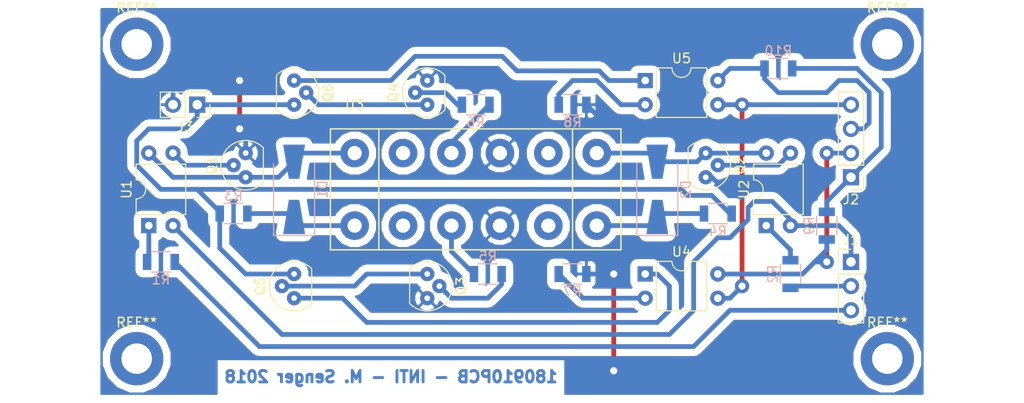
<source format=kicad_pcb>
(kicad_pcb (version 20171130) (host pcbnew 5.0.1-33cea8e~68~ubuntu18.04.1)

  (general
    (thickness 1.6)
    (drawings 1)
    (tracks 161)
    (zones 0)
    (modules 30)
    (nets 31)
  )

  (page A4)
  (layers
    (0 F.Cu signal)
    (31 B.Cu signal)
    (32 B.Adhes user)
    (33 F.Adhes user)
    (34 B.Paste user)
    (35 F.Paste user)
    (36 B.SilkS user)
    (37 F.SilkS user)
    (38 B.Mask user)
    (39 F.Mask user)
    (40 Dwgs.User user)
    (41 Cmts.User user)
    (42 Eco1.User user)
    (43 Eco2.User user)
    (44 Edge.Cuts user)
    (45 Margin user)
    (46 B.CrtYd user)
    (47 F.CrtYd user)
    (48 B.Fab user)
    (49 F.Fab user)
  )

  (setup
    (last_trace_width 0.5)
    (trace_clearance 0.2)
    (zone_clearance 0.75)
    (zone_45_only no)
    (trace_min 0.2)
    (segment_width 0.2)
    (edge_width 0.15)
    (via_size 1.5)
    (via_drill 0.75)
    (via_min_size 0.4)
    (via_min_drill 0.3)
    (uvia_size 0.3)
    (uvia_drill 0.1)
    (uvias_allowed no)
    (uvia_min_size 0.2)
    (uvia_min_drill 0.1)
    (pcb_text_width 0.3)
    (pcb_text_size 1.5 1.5)
    (mod_edge_width 0.15)
    (mod_text_size 1 1)
    (mod_text_width 0.15)
    (pad_size 1.524 1.524)
    (pad_drill 0.762)
    (pad_to_mask_clearance 0.2)
    (solder_mask_min_width 0.25)
    (aux_axis_origin 0 0)
    (visible_elements FFFFFF7F)
    (pcbplotparams
      (layerselection 0x00000_80000000)
      (usegerberextensions false)
      (usegerberattributes false)
      (usegerberadvancedattributes false)
      (creategerberjobfile false)
      (excludeedgelayer true)
      (linewidth 0.100000)
      (plotframeref false)
      (viasonmask false)
      (mode 1)
      (useauxorigin false)
      (hpglpennumber 1)
      (hpglpenspeed 20)
      (hpglpendiameter 15.000000)
      (psnegative false)
      (psa4output false)
      (plotreference true)
      (plotvalue true)
      (plotinvisibletext false)
      (padsonsilk false)
      (subtractmaskfromsilk false)
      (outputformat 5)
      (mirror false)
      (drillshape 2)
      (scaleselection 1)
      (outputdirectory "export/"))
  )

  (net 0 "")
  (net 1 "Net-(D1-Pad1)")
  (net 2 "Net-(D1-Pad2)")
  (net 3 "Net-(D2-Pad1)")
  (net 4 "Net-(D2-Pad2)")
  (net 5 +12V)
  (net 6 GNDA)
  (net 7 "Net-(Q1-Pad2)")
  (net 8 "Net-(Q2-Pad2)")
  (net 9 "Net-(Q3-Pad2)")
  (net 10 "Net-(Q3-Pad1)")
  (net 11 "Net-(Q4-Pad2)")
  (net 12 "Net-(Q4-Pad1)")
  (net 13 "Net-(Q5-Pad1)")
  (net 14 "Net-(Q6-Pad1)")
  (net 15 "Net-(R1-Pad1)")
  (net 16 "Net-(R2-Pad1)")
  (net 17 /A_H)
  (net 18 /B_H)
  (net 19 "Net-(R7-Pad1)")
  (net 20 "Net-(R8-Pad1)")
  (net 21 /Arduino_GND)
  (net 22 /disconnect_detectors)
  (net 23 /connect_detectors)
  (net 24 /5V)
  (net 25 /line_A_status)
  (net 26 /line_B_status)
  (net 27 "Net-(U3-Pad2)")
  (net 28 "Net-(U3-Pad5)")
  (net 29 "Net-(U3-Pad8)")
  (net 30 "Net-(U3-Pad11)")

  (net_class Default "This is the default net class."
    (clearance 0.2)
    (trace_width 0.5)
    (via_dia 1.5)
    (via_drill 0.75)
    (uvia_dia 0.3)
    (uvia_drill 0.1)
    (add_net +12V)
    (add_net /5V)
    (add_net /A_H)
    (add_net /Arduino_GND)
    (add_net /B_H)
    (add_net /connect_detectors)
    (add_net /disconnect_detectors)
    (add_net /line_A_status)
    (add_net /line_B_status)
    (add_net GNDA)
    (add_net "Net-(D1-Pad1)")
    (add_net "Net-(D1-Pad2)")
    (add_net "Net-(D2-Pad1)")
    (add_net "Net-(D2-Pad2)")
    (add_net "Net-(Q1-Pad2)")
    (add_net "Net-(Q2-Pad2)")
    (add_net "Net-(Q3-Pad1)")
    (add_net "Net-(Q3-Pad2)")
    (add_net "Net-(Q4-Pad1)")
    (add_net "Net-(Q4-Pad2)")
    (add_net "Net-(Q5-Pad1)")
    (add_net "Net-(Q6-Pad1)")
    (add_net "Net-(R1-Pad1)")
    (add_net "Net-(R2-Pad1)")
    (add_net "Net-(R7-Pad1)")
    (add_net "Net-(R8-Pad1)")
    (add_net "Net-(U3-Pad11)")
    (add_net "Net-(U3-Pad2)")
    (add_net "Net-(U3-Pad5)")
    (add_net "Net-(U3-Pad8)")
  )

  (module Mounting_Holes:MountingHole_3.2mm_M3_DIN965_Pad (layer F.Cu) (tedit 56D1B4CB) (tstamp 5B99007A)
    (at 204.47 105.41)
    (descr "Mounting Hole 3.2mm, M3, DIN965")
    (tags "mounting hole 3.2mm m3 din965")
    (attr virtual)
    (fp_text reference REF** (at 0 -3.8) (layer F.SilkS)
      (effects (font (size 1 1) (thickness 0.15)))
    )
    (fp_text value MountingHole_3.2mm_M3_DIN965_Pad (at 0 3.8) (layer F.Fab)
      (effects (font (size 1 1) (thickness 0.15)))
    )
    (fp_text user %R (at 0.3 0) (layer F.Fab)
      (effects (font (size 1 1) (thickness 0.15)))
    )
    (fp_circle (center 0 0) (end 2.8 0) (layer Cmts.User) (width 0.15))
    (fp_circle (center 0 0) (end 3.05 0) (layer F.CrtYd) (width 0.05))
    (pad 1 thru_hole circle (at 0 0) (size 5.6 5.6) (drill 3.2) (layers *.Cu *.Mask))
  )

  (module Mounting_Holes:MountingHole_3.2mm_M3_DIN965_Pad (layer F.Cu) (tedit 56D1B4CB) (tstamp 5B990072)
    (at 125.73 105.41)
    (descr "Mounting Hole 3.2mm, M3, DIN965")
    (tags "mounting hole 3.2mm m3 din965")
    (attr virtual)
    (fp_text reference REF** (at 0 -3.8) (layer F.SilkS)
      (effects (font (size 1 1) (thickness 0.15)))
    )
    (fp_text value MountingHole_3.2mm_M3_DIN965_Pad (at 0 3.8) (layer F.Fab)
      (effects (font (size 1 1) (thickness 0.15)))
    )
    (fp_text user %R (at 0.3 0) (layer F.Fab)
      (effects (font (size 1 1) (thickness 0.15)))
    )
    (fp_circle (center 0 0) (end 2.8 0) (layer Cmts.User) (width 0.15))
    (fp_circle (center 0 0) (end 3.05 0) (layer F.CrtYd) (width 0.05))
    (pad 1 thru_hole circle (at 0 0) (size 5.6 5.6) (drill 3.2) (layers *.Cu *.Mask))
  )

  (module Mounting_Holes:MountingHole_3.2mm_M3_DIN965_Pad (layer F.Cu) (tedit 56D1B4CB) (tstamp 5B990003)
    (at 125.73 72.39)
    (descr "Mounting Hole 3.2mm, M3, DIN965")
    (tags "mounting hole 3.2mm m3 din965")
    (attr virtual)
    (fp_text reference REF** (at 0 -3.8) (layer F.SilkS)
      (effects (font (size 1 1) (thickness 0.15)))
    )
    (fp_text value MountingHole_3.2mm_M3_DIN965_Pad (at 0 3.8) (layer F.Fab)
      (effects (font (size 1 1) (thickness 0.15)))
    )
    (fp_text user %R (at 0.3 0) (layer F.Fab)
      (effects (font (size 1 1) (thickness 0.15)))
    )
    (fp_circle (center 0 0) (end 2.8 0) (layer Cmts.User) (width 0.15))
    (fp_circle (center 0 0) (end 3.05 0) (layer F.CrtYd) (width 0.05))
    (pad 1 thru_hole circle (at 0 0) (size 5.6 5.6) (drill 3.2) (layers *.Cu *.Mask))
  )

  (module Diodes_SMD:D_SMA-SMB_Universal_Handsoldering (layer B.Cu) (tedit 5864381A) (tstamp 5B96BBB7)
    (at 142.24 87.63 90)
    (descr "Diode, Universal, SMA (DO-214AC) or SMB (DO-214AA), Handsoldering,")
    (tags "Diode Universal SMA (DO-214AC) SMB (DO-214AA) Handsoldering ")
    (path /5B970116)
    (attr smd)
    (fp_text reference D1 (at 0 3 90) (layer B.SilkS)
      (effects (font (size 1 1) (thickness 0.15)) (justify mirror))
    )
    (fp_text value 1N4007 (at 0 -3.1 90) (layer B.Fab)
      (effects (font (size 1 1) (thickness 0.15)) (justify mirror))
    )
    (fp_text user %R (at 0 3 90) (layer B.Fab)
      (effects (font (size 1 1) (thickness 0.15)) (justify mirror))
    )
    (fp_line (start -4.85 2.15) (end -4.85 -2.15) (layer B.SilkS) (width 0.12))
    (fp_line (start 2.3 -2) (end -2.3 -2) (layer B.Fab) (width 0.1))
    (fp_line (start -2.3 -2) (end -2.3 2) (layer B.Fab) (width 0.1))
    (fp_line (start 2.3 2) (end 2.3 -2) (layer B.Fab) (width 0.1))
    (fp_line (start 2.3 2) (end -2.3 2) (layer B.Fab) (width 0.1))
    (fp_line (start 2.3 -1.5) (end -2.3 -1.5) (layer B.Fab) (width 0.1))
    (fp_line (start -2.3 -1.5) (end -2.3 1.5) (layer B.Fab) (width 0.1))
    (fp_line (start 2.3 1.5) (end 2.3 -1.5) (layer B.Fab) (width 0.1))
    (fp_line (start 2.3 1.5) (end -2.3 1.5) (layer B.Fab) (width 0.1))
    (fp_line (start -4.95 2.25) (end 4.95 2.25) (layer B.CrtYd) (width 0.05))
    (fp_line (start 4.95 2.25) (end 4.95 -2.25) (layer B.CrtYd) (width 0.05))
    (fp_line (start 4.95 -2.25) (end -4.95 -2.25) (layer B.CrtYd) (width 0.05))
    (fp_line (start -4.95 -2.25) (end -4.95 2.25) (layer B.CrtYd) (width 0.05))
    (fp_line (start -0.64944 -0.00102) (end -1.55114 -0.00102) (layer B.Fab) (width 0.1))
    (fp_line (start 0.50118 -0.00102) (end 1.4994 -0.00102) (layer B.Fab) (width 0.1))
    (fp_line (start -0.64944 0.79908) (end -0.64944 -0.80112) (layer B.Fab) (width 0.1))
    (fp_line (start 0.50118 -0.75032) (end 0.50118 0.79908) (layer B.Fab) (width 0.1))
    (fp_line (start -0.64944 -0.00102) (end 0.50118 -0.75032) (layer B.Fab) (width 0.1))
    (fp_line (start -0.64944 -0.00102) (end 0.50118 0.79908) (layer B.Fab) (width 0.1))
    (fp_line (start -4.85 -2.15) (end 2.7 -2.15) (layer B.SilkS) (width 0.12))
    (fp_line (start -4.85 2.15) (end 2.7 2.15) (layer B.SilkS) (width 0.12))
    (pad 1 smd trapezoid (at -2.9 0 90) (size 3.6 1.7) (rect_delta 0.6 0 ) (layers B.Cu B.Paste B.Mask)
      (net 1 "Net-(D1-Pad1)"))
    (pad 2 smd trapezoid (at 2.9 0 270) (size 3.6 1.7) (rect_delta 0.6 0 ) (layers B.Cu B.Paste B.Mask)
      (net 2 "Net-(D1-Pad2)"))
    (model ${KISYS3DMOD}/Diodes_SMD.3dshapes/D_SMB.wrl
      (at (xyz 0 0 0))
      (scale (xyz 1 1 1))
      (rotate (xyz 0 0 0))
    )
  )

  (module Diodes_SMD:D_SMA-SMB_Universal_Handsoldering (layer B.Cu) (tedit 5864381A) (tstamp 5B96BBBD)
    (at 180.34 87.63 90)
    (descr "Diode, Universal, SMA (DO-214AC) or SMB (DO-214AA), Handsoldering,")
    (tags "Diode Universal SMA (DO-214AC) SMB (DO-214AA) Handsoldering ")
    (path /5B96FCAD)
    (attr smd)
    (fp_text reference D2 (at 0 3 90) (layer B.SilkS)
      (effects (font (size 1 1) (thickness 0.15)) (justify mirror))
    )
    (fp_text value 1N4007 (at 0 -3.1 90) (layer B.Fab)
      (effects (font (size 1 1) (thickness 0.15)) (justify mirror))
    )
    (fp_text user %R (at 0 3 90) (layer B.Fab)
      (effects (font (size 1 1) (thickness 0.15)) (justify mirror))
    )
    (fp_line (start -4.85 2.15) (end -4.85 -2.15) (layer B.SilkS) (width 0.12))
    (fp_line (start 2.3 -2) (end -2.3 -2) (layer B.Fab) (width 0.1))
    (fp_line (start -2.3 -2) (end -2.3 2) (layer B.Fab) (width 0.1))
    (fp_line (start 2.3 2) (end 2.3 -2) (layer B.Fab) (width 0.1))
    (fp_line (start 2.3 2) (end -2.3 2) (layer B.Fab) (width 0.1))
    (fp_line (start 2.3 -1.5) (end -2.3 -1.5) (layer B.Fab) (width 0.1))
    (fp_line (start -2.3 -1.5) (end -2.3 1.5) (layer B.Fab) (width 0.1))
    (fp_line (start 2.3 1.5) (end 2.3 -1.5) (layer B.Fab) (width 0.1))
    (fp_line (start 2.3 1.5) (end -2.3 1.5) (layer B.Fab) (width 0.1))
    (fp_line (start -4.95 2.25) (end 4.95 2.25) (layer B.CrtYd) (width 0.05))
    (fp_line (start 4.95 2.25) (end 4.95 -2.25) (layer B.CrtYd) (width 0.05))
    (fp_line (start 4.95 -2.25) (end -4.95 -2.25) (layer B.CrtYd) (width 0.05))
    (fp_line (start -4.95 -2.25) (end -4.95 2.25) (layer B.CrtYd) (width 0.05))
    (fp_line (start -0.64944 -0.00102) (end -1.55114 -0.00102) (layer B.Fab) (width 0.1))
    (fp_line (start 0.50118 -0.00102) (end 1.4994 -0.00102) (layer B.Fab) (width 0.1))
    (fp_line (start -0.64944 0.79908) (end -0.64944 -0.80112) (layer B.Fab) (width 0.1))
    (fp_line (start 0.50118 -0.75032) (end 0.50118 0.79908) (layer B.Fab) (width 0.1))
    (fp_line (start -0.64944 -0.00102) (end 0.50118 -0.75032) (layer B.Fab) (width 0.1))
    (fp_line (start -0.64944 -0.00102) (end 0.50118 0.79908) (layer B.Fab) (width 0.1))
    (fp_line (start -4.85 -2.15) (end 2.7 -2.15) (layer B.SilkS) (width 0.12))
    (fp_line (start -4.85 2.15) (end 2.7 2.15) (layer B.SilkS) (width 0.12))
    (pad 1 smd trapezoid (at -2.9 0 90) (size 3.6 1.7) (rect_delta 0.6 0 ) (layers B.Cu B.Paste B.Mask)
      (net 3 "Net-(D2-Pad1)"))
    (pad 2 smd trapezoid (at 2.9 0 270) (size 3.6 1.7) (rect_delta 0.6 0 ) (layers B.Cu B.Paste B.Mask)
      (net 4 "Net-(D2-Pad2)"))
    (model ${KISYS3DMOD}/Diodes_SMD.3dshapes/D_SMB.wrl
      (at (xyz 0 0 0))
      (scale (xyz 1 1 1))
      (rotate (xyz 0 0 0))
    )
  )

  (module custom_footprints:S4EBL25V (layer F.Cu) (tedit 5B8D6370) (tstamp 5B96BC5E)
    (at 148.59 91.44)
    (descr "Footprint for relays Panasonic S")
    (path /5B96B993)
    (fp_text reference U3 (at 0 -12.7) (layer F.SilkS)
      (effects (font (size 1 1) (thickness 0.15)))
    )
    (fp_text value S4EBL25V (at 22.86 -12.7) (layer F.Fab)
      (effects (font (size 1 1) (thickness 0.15)))
    )
    (fp_line (start 2.54 -10.16) (end 2.54 2.54) (layer F.SilkS) (width 0.15))
    (fp_line (start 22.86 -10.16) (end 22.86 2.54) (layer F.SilkS) (width 0.15))
    (fp_line (start -2.54 -10.16) (end 27.94 -10.16) (layer F.SilkS) (width 0.15))
    (fp_line (start 27.94 -10.16) (end 27.94 2.54) (layer F.SilkS) (width 0.15))
    (fp_line (start 27.94 2.54) (end -2.54 2.54) (layer F.SilkS) (width 0.15))
    (fp_line (start -2.54 2.54) (end -2.54 -10.16) (layer F.SilkS) (width 0.15))
    (pad 1 thru_hole circle (at 0 0) (size 3 3) (drill 1.5) (layers *.Cu *.Mask)
      (net 1 "Net-(D1-Pad1)"))
    (pad 2 thru_hole circle (at 5.08 0) (size 3 3) (drill 1.5) (layers *.Cu *.Mask)
      (net 27 "Net-(U3-Pad2)"))
    (pad 3 thru_hole circle (at 10.16 0) (size 3 3) (drill 1.5) (layers *.Cu *.Mask)
      (net 17 /A_H))
    (pad 4 thru_hole circle (at 15.24 0) (size 3 3) (drill 1.5) (layers *.Cu *.Mask)
      (net 6 GNDA))
    (pad 5 thru_hole circle (at 20.32 0) (size 3 3) (drill 1.5) (layers *.Cu *.Mask)
      (net 28 "Net-(U3-Pad5)"))
    (pad 6 thru_hole circle (at 25.4 0) (size 3 3) (drill 1.5) (layers *.Cu *.Mask)
      (net 3 "Net-(D2-Pad1)"))
    (pad 7 thru_hole circle (at 25.4 -7.62) (size 3 3) (drill 1.5) (layers *.Cu *.Mask)
      (net 4 "Net-(D2-Pad2)"))
    (pad 8 thru_hole circle (at 20.32 -7.62) (size 3 3) (drill 1.5) (layers *.Cu *.Mask)
      (net 29 "Net-(U3-Pad8)"))
    (pad 9 thru_hole circle (at 15.24 -7.62) (size 3 3) (drill 1.5) (layers *.Cu *.Mask)
      (net 6 GNDA))
    (pad 10 thru_hole circle (at 10.16 -7.62) (size 3 3) (drill 1.5) (layers *.Cu *.Mask)
      (net 18 /B_H))
    (pad 11 thru_hole circle (at 5.08 -7.62) (size 3 3) (drill 1.5) (layers *.Cu *.Mask)
      (net 30 "Net-(U3-Pad11)"))
    (pad 12 thru_hole circle (at 0 -7.62) (size 3 3) (drill 1.5) (layers *.Cu *.Mask)
      (net 2 "Net-(D1-Pad2)"))
  )

  (module Pin_Headers:Pin_Header_Straight_1x03_Pitch2.54mm (layer F.Cu) (tedit 59650532) (tstamp 5B96BF52)
    (at 200.66 95.25)
    (descr "Through hole straight pin header, 1x03, 2.54mm pitch, single row")
    (tags "Through hole pin header THT 1x03 2.54mm single row")
    (path /5B975B05)
    (fp_text reference J1 (at 0 -2.33) (layer F.SilkS)
      (effects (font (size 1 1) (thickness 0.15)))
    )
    (fp_text value Conn_01x03 (at 0 7.41) (layer F.Fab)
      (effects (font (size 1 1) (thickness 0.15)))
    )
    (fp_line (start -0.635 -1.27) (end 1.27 -1.27) (layer F.Fab) (width 0.1))
    (fp_line (start 1.27 -1.27) (end 1.27 6.35) (layer F.Fab) (width 0.1))
    (fp_line (start 1.27 6.35) (end -1.27 6.35) (layer F.Fab) (width 0.1))
    (fp_line (start -1.27 6.35) (end -1.27 -0.635) (layer F.Fab) (width 0.1))
    (fp_line (start -1.27 -0.635) (end -0.635 -1.27) (layer F.Fab) (width 0.1))
    (fp_line (start -1.33 6.41) (end 1.33 6.41) (layer F.SilkS) (width 0.12))
    (fp_line (start -1.33 1.27) (end -1.33 6.41) (layer F.SilkS) (width 0.12))
    (fp_line (start 1.33 1.27) (end 1.33 6.41) (layer F.SilkS) (width 0.12))
    (fp_line (start -1.33 1.27) (end 1.33 1.27) (layer F.SilkS) (width 0.12))
    (fp_line (start -1.33 0) (end -1.33 -1.33) (layer F.SilkS) (width 0.12))
    (fp_line (start -1.33 -1.33) (end 0 -1.33) (layer F.SilkS) (width 0.12))
    (fp_line (start -1.8 -1.8) (end -1.8 6.85) (layer F.CrtYd) (width 0.05))
    (fp_line (start -1.8 6.85) (end 1.8 6.85) (layer F.CrtYd) (width 0.05))
    (fp_line (start 1.8 6.85) (end 1.8 -1.8) (layer F.CrtYd) (width 0.05))
    (fp_line (start 1.8 -1.8) (end -1.8 -1.8) (layer F.CrtYd) (width 0.05))
    (fp_text user %R (at 0 2.54 90) (layer F.Fab)
      (effects (font (size 1 1) (thickness 0.15)))
    )
    (pad 1 thru_hole rect (at 0 0) (size 1.7 1.7) (drill 1) (layers *.Cu *.Mask)
      (net 21 /Arduino_GND))
    (pad 2 thru_hole oval (at 0 2.54) (size 1.7 1.7) (drill 1) (layers *.Cu *.Mask)
      (net 22 /disconnect_detectors))
    (pad 3 thru_hole oval (at 0 5.08) (size 1.7 1.7) (drill 1) (layers *.Cu *.Mask)
      (net 23 /connect_detectors))
    (model ${KISYS3DMOD}/Pin_Headers.3dshapes/Pin_Header_Straight_1x03_Pitch2.54mm.wrl
      (at (xyz 0 0 0))
      (scale (xyz 1 1 1))
      (rotate (xyz 0 0 0))
    )
  )

  (module Pin_Headers:Pin_Header_Straight_1x04_Pitch2.54mm (layer F.Cu) (tedit 59650532) (tstamp 5B96BF5A)
    (at 200.66 86.36 180)
    (descr "Through hole straight pin header, 1x04, 2.54mm pitch, single row")
    (tags "Through hole pin header THT 1x04 2.54mm single row")
    (path /5B96EA76)
    (fp_text reference J2 (at 0 -2.33 180) (layer F.SilkS)
      (effects (font (size 1 1) (thickness 0.15)))
    )
    (fp_text value Conn_01x04 (at 0 9.95 180) (layer F.Fab)
      (effects (font (size 1 1) (thickness 0.15)))
    )
    (fp_line (start -0.635 -1.27) (end 1.27 -1.27) (layer F.Fab) (width 0.1))
    (fp_line (start 1.27 -1.27) (end 1.27 8.89) (layer F.Fab) (width 0.1))
    (fp_line (start 1.27 8.89) (end -1.27 8.89) (layer F.Fab) (width 0.1))
    (fp_line (start -1.27 8.89) (end -1.27 -0.635) (layer F.Fab) (width 0.1))
    (fp_line (start -1.27 -0.635) (end -0.635 -1.27) (layer F.Fab) (width 0.1))
    (fp_line (start -1.33 8.95) (end 1.33 8.95) (layer F.SilkS) (width 0.12))
    (fp_line (start -1.33 1.27) (end -1.33 8.95) (layer F.SilkS) (width 0.12))
    (fp_line (start 1.33 1.27) (end 1.33 8.95) (layer F.SilkS) (width 0.12))
    (fp_line (start -1.33 1.27) (end 1.33 1.27) (layer F.SilkS) (width 0.12))
    (fp_line (start -1.33 0) (end -1.33 -1.33) (layer F.SilkS) (width 0.12))
    (fp_line (start -1.33 -1.33) (end 0 -1.33) (layer F.SilkS) (width 0.12))
    (fp_line (start -1.8 -1.8) (end -1.8 9.4) (layer F.CrtYd) (width 0.05))
    (fp_line (start -1.8 9.4) (end 1.8 9.4) (layer F.CrtYd) (width 0.05))
    (fp_line (start 1.8 9.4) (end 1.8 -1.8) (layer F.CrtYd) (width 0.05))
    (fp_line (start 1.8 -1.8) (end -1.8 -1.8) (layer F.CrtYd) (width 0.05))
    (fp_text user %R (at 0 3.81 270) (layer F.Fab)
      (effects (font (size 1 1) (thickness 0.15)))
    )
    (pad 1 thru_hole rect (at 0 0 180) (size 1.7 1.7) (drill 1) (layers *.Cu *.Mask)
      (net 24 /5V))
    (pad 2 thru_hole oval (at 0 2.54 180) (size 1.7 1.7) (drill 1) (layers *.Cu *.Mask)
      (net 25 /line_A_status))
    (pad 3 thru_hole oval (at 0 5.08 180) (size 1.7 1.7) (drill 1) (layers *.Cu *.Mask)
      (net 26 /line_B_status))
    (pad 4 thru_hole oval (at 0 7.62 180) (size 1.7 1.7) (drill 1) (layers *.Cu *.Mask)
      (net 21 /Arduino_GND))
    (model ${KISYS3DMOD}/Pin_Headers.3dshapes/Pin_Header_Straight_1x04_Pitch2.54mm.wrl
      (at (xyz 0 0 0))
      (scale (xyz 1 1 1))
      (rotate (xyz 0 0 0))
    )
  )

  (module Pin_Headers:Pin_Header_Straight_2x01_Pitch2.54mm (layer F.Cu) (tedit 59650532) (tstamp 5B96BF60)
    (at 132.08 78.74 180)
    (descr "Through hole straight pin header, 2x01, 2.54mm pitch, double rows")
    (tags "Through hole pin header THT 2x01 2.54mm double row")
    (path /5B96B5CE)
    (fp_text reference J3 (at 1.27 -2.33 180) (layer F.SilkS)
      (effects (font (size 1 1) (thickness 0.15)))
    )
    (fp_text value "Battery connector" (at 1.27 2.33 180) (layer F.Fab)
      (effects (font (size 1 1) (thickness 0.15)))
    )
    (fp_line (start 0 -1.27) (end 3.81 -1.27) (layer F.Fab) (width 0.1))
    (fp_line (start 3.81 -1.27) (end 3.81 1.27) (layer F.Fab) (width 0.1))
    (fp_line (start 3.81 1.27) (end -1.27 1.27) (layer F.Fab) (width 0.1))
    (fp_line (start -1.27 1.27) (end -1.27 0) (layer F.Fab) (width 0.1))
    (fp_line (start -1.27 0) (end 0 -1.27) (layer F.Fab) (width 0.1))
    (fp_line (start -1.33 1.33) (end 3.87 1.33) (layer F.SilkS) (width 0.12))
    (fp_line (start -1.33 1.27) (end -1.33 1.33) (layer F.SilkS) (width 0.12))
    (fp_line (start 3.87 -1.33) (end 3.87 1.33) (layer F.SilkS) (width 0.12))
    (fp_line (start -1.33 1.27) (end 1.27 1.27) (layer F.SilkS) (width 0.12))
    (fp_line (start 1.27 1.27) (end 1.27 -1.33) (layer F.SilkS) (width 0.12))
    (fp_line (start 1.27 -1.33) (end 3.87 -1.33) (layer F.SilkS) (width 0.12))
    (fp_line (start -1.33 0) (end -1.33 -1.33) (layer F.SilkS) (width 0.12))
    (fp_line (start -1.33 -1.33) (end 0 -1.33) (layer F.SilkS) (width 0.12))
    (fp_line (start -1.8 -1.8) (end -1.8 1.8) (layer F.CrtYd) (width 0.05))
    (fp_line (start -1.8 1.8) (end 4.35 1.8) (layer F.CrtYd) (width 0.05))
    (fp_line (start 4.35 1.8) (end 4.35 -1.8) (layer F.CrtYd) (width 0.05))
    (fp_line (start 4.35 -1.8) (end -1.8 -1.8) (layer F.CrtYd) (width 0.05))
    (fp_text user %R (at 1.27 0 270) (layer F.Fab)
      (effects (font (size 1 1) (thickness 0.15)))
    )
    (pad 1 thru_hole rect (at 0 0 180) (size 1.7 1.7) (drill 1) (layers *.Cu *.Mask)
      (net 5 +12V))
    (pad 2 thru_hole oval (at 2.54 0 180) (size 1.7 1.7) (drill 1) (layers *.Cu *.Mask)
      (net 6 GNDA))
    (model ${KISYS3DMOD}/Pin_Headers.3dshapes/Pin_Header_Straight_2x01_Pitch2.54mm.wrl
      (at (xyz 0 0 0))
      (scale (xyz 1 1 1))
      (rotate (xyz 0 0 0))
    )
  )

  (module custom_footprints:TO-92_Molded_Narrow_CUSTOM_PADS (layer F.Cu) (tedit 5B96BD9B) (tstamp 5B96BF72)
    (at 137.16 86.36 90)
    (descr "TO-92 leads molded, narrow, drill 0.6mm (see NXP sot054_po.pdf)")
    (tags "to-92 sc-43 sc-43a sot54 PA33 transistor")
    (path /5B971DC4)
    (fp_text reference Q1 (at 1.27 -3.56 90) (layer F.SilkS)
      (effects (font (size 1 1) (thickness 0.15)))
    )
    (fp_text value BC548 (at 1.27 2.79 90) (layer F.Fab)
      (effects (font (size 1 1) (thickness 0.15)))
    )
    (fp_text user %R (at 1.27 -3.56 90) (layer F.Fab)
      (effects (font (size 1 1) (thickness 0.15)))
    )
    (fp_line (start -0.53 1.85) (end 3.07 1.85) (layer F.SilkS) (width 0.12))
    (fp_line (start -0.5 1.75) (end 3 1.75) (layer F.Fab) (width 0.1))
    (fp_line (start -1.46 -2.73) (end 4 -2.73) (layer F.CrtYd) (width 0.05))
    (fp_line (start -1.46 -2.73) (end -1.46 2.01) (layer F.CrtYd) (width 0.05))
    (fp_line (start 4 2.01) (end 4 -2.73) (layer F.CrtYd) (width 0.05))
    (fp_line (start 4 2.01) (end -1.46 2.01) (layer F.CrtYd) (width 0.05))
    (fp_arc (start 1.27 0) (end 1.27 -2.48) (angle 135) (layer F.Fab) (width 0.1))
    (fp_arc (start 1.27 0) (end 1.27 -2.6) (angle -135) (layer F.SilkS) (width 0.12))
    (fp_arc (start 1.27 0) (end 1.27 -2.48) (angle -135) (layer F.Fab) (width 0.1))
    (fp_arc (start 1.27 0) (end 1.27 -2.6) (angle 135) (layer F.SilkS) (width 0.12))
    (pad 2 thru_hole circle (at 1.27 -1.27 180) (size 1.5 1.5) (drill 0.6) (layers *.Cu *.Mask)
      (net 7 "Net-(Q1-Pad2)"))
    (pad 3 thru_hole circle (at 2.54 0 180) (size 1.5 1.5) (drill 0.6) (layers *.Cu *.Mask)
      (net 6 GNDA))
    (pad 1 thru_hole circle (at 0 0 180) (size 1.5 1.5) (drill 0.6) (layers *.Cu *.Mask)
      (net 2 "Net-(D1-Pad2)"))
    (model ${KISYS3DMOD}/TO_SOT_Packages_THT.3dshapes/TO-92_Molded_Narrow.wrl
      (offset (xyz 1.269999980926514 0 0))
      (scale (xyz 1 1 1))
      (rotate (xyz 0 0 -90))
    )
  )

  (module custom_footprints:TO-92_Molded_Narrow_CUSTOM_PADS (layer F.Cu) (tedit 5B96BD9B) (tstamp 5B96BF84)
    (at 185.42 83.82 270)
    (descr "TO-92 leads molded, narrow, drill 0.6mm (see NXP sot054_po.pdf)")
    (tags "to-92 sc-43 sc-43a sot54 PA33 transistor")
    (path /5B971CBF)
    (fp_text reference Q2 (at 1.27 -3.56 270) (layer F.SilkS)
      (effects (font (size 1 1) (thickness 0.15)))
    )
    (fp_text value BC548 (at 1.27 2.79 270) (layer F.Fab)
      (effects (font (size 1 1) (thickness 0.15)))
    )
    (fp_text user %R (at 1.27 -3.56 270) (layer F.Fab)
      (effects (font (size 1 1) (thickness 0.15)))
    )
    (fp_line (start -0.53 1.85) (end 3.07 1.85) (layer F.SilkS) (width 0.12))
    (fp_line (start -0.5 1.75) (end 3 1.75) (layer F.Fab) (width 0.1))
    (fp_line (start -1.46 -2.73) (end 4 -2.73) (layer F.CrtYd) (width 0.05))
    (fp_line (start -1.46 -2.73) (end -1.46 2.01) (layer F.CrtYd) (width 0.05))
    (fp_line (start 4 2.01) (end 4 -2.73) (layer F.CrtYd) (width 0.05))
    (fp_line (start 4 2.01) (end -1.46 2.01) (layer F.CrtYd) (width 0.05))
    (fp_arc (start 1.27 0) (end 1.27 -2.48) (angle 135) (layer F.Fab) (width 0.1))
    (fp_arc (start 1.27 0) (end 1.27 -2.6) (angle -135) (layer F.SilkS) (width 0.12))
    (fp_arc (start 1.27 0) (end 1.27 -2.48) (angle -135) (layer F.Fab) (width 0.1))
    (fp_arc (start 1.27 0) (end 1.27 -2.6) (angle 135) (layer F.SilkS) (width 0.12))
    (pad 2 thru_hole circle (at 1.27 -1.27) (size 1.5 1.5) (drill 0.6) (layers *.Cu *.Mask)
      (net 8 "Net-(Q2-Pad2)"))
    (pad 3 thru_hole circle (at 2.54 0) (size 1.5 1.5) (drill 0.6) (layers *.Cu *.Mask)
      (net 6 GNDA))
    (pad 1 thru_hole circle (at 0 0) (size 1.5 1.5) (drill 0.6) (layers *.Cu *.Mask)
      (net 4 "Net-(D2-Pad2)"))
    (model ${KISYS3DMOD}/TO_SOT_Packages_THT.3dshapes/TO-92_Molded_Narrow.wrl
      (offset (xyz 1.269999980926514 0 0))
      (scale (xyz 1 1 1))
      (rotate (xyz 0 0 -90))
    )
  )

  (module custom_footprints:TO-92_Molded_Narrow_CUSTOM_PADS (layer F.Cu) (tedit 5B96BD9B) (tstamp 5B96BF96)
    (at 156.21 96.52 270)
    (descr "TO-92 leads molded, narrow, drill 0.6mm (see NXP sot054_po.pdf)")
    (tags "to-92 sc-43 sc-43a sot54 PA33 transistor")
    (path /5B96B220)
    (fp_text reference Q3 (at 1.27 -3.56 270) (layer F.SilkS)
      (effects (font (size 1 1) (thickness 0.15)))
    )
    (fp_text value BC548 (at 1.27 2.79 270) (layer F.Fab)
      (effects (font (size 1 1) (thickness 0.15)))
    )
    (fp_text user %R (at 1.27 -3.56 270) (layer F.Fab)
      (effects (font (size 1 1) (thickness 0.15)))
    )
    (fp_line (start -0.53 1.85) (end 3.07 1.85) (layer F.SilkS) (width 0.12))
    (fp_line (start -0.5 1.75) (end 3 1.75) (layer F.Fab) (width 0.1))
    (fp_line (start -1.46 -2.73) (end 4 -2.73) (layer F.CrtYd) (width 0.05))
    (fp_line (start -1.46 -2.73) (end -1.46 2.01) (layer F.CrtYd) (width 0.05))
    (fp_line (start 4 2.01) (end 4 -2.73) (layer F.CrtYd) (width 0.05))
    (fp_line (start 4 2.01) (end -1.46 2.01) (layer F.CrtYd) (width 0.05))
    (fp_arc (start 1.27 0) (end 1.27 -2.48) (angle 135) (layer F.Fab) (width 0.1))
    (fp_arc (start 1.27 0) (end 1.27 -2.6) (angle -135) (layer F.SilkS) (width 0.12))
    (fp_arc (start 1.27 0) (end 1.27 -2.48) (angle -135) (layer F.Fab) (width 0.1))
    (fp_arc (start 1.27 0) (end 1.27 -2.6) (angle 135) (layer F.SilkS) (width 0.12))
    (pad 2 thru_hole circle (at 1.27 -1.27) (size 1.5 1.5) (drill 0.6) (layers *.Cu *.Mask)
      (net 9 "Net-(Q3-Pad2)"))
    (pad 3 thru_hole circle (at 2.54 0) (size 1.5 1.5) (drill 0.6) (layers *.Cu *.Mask)
      (net 6 GNDA))
    (pad 1 thru_hole circle (at 0 0) (size 1.5 1.5) (drill 0.6) (layers *.Cu *.Mask)
      (net 10 "Net-(Q3-Pad1)"))
    (model ${KISYS3DMOD}/TO_SOT_Packages_THT.3dshapes/TO-92_Molded_Narrow.wrl
      (offset (xyz 1.269999980926514 0 0))
      (scale (xyz 1 1 1))
      (rotate (xyz 0 0 -90))
    )
  )

  (module custom_footprints:TO-92_Molded_Narrow_CUSTOM_PADS (layer F.Cu) (tedit 5B96BD9B) (tstamp 5B96BFA8)
    (at 156.21 78.74 90)
    (descr "TO-92 leads molded, narrow, drill 0.6mm (see NXP sot054_po.pdf)")
    (tags "to-92 sc-43 sc-43a sot54 PA33 transistor")
    (path /5B96C321)
    (fp_text reference Q4 (at 1.27 -3.56 90) (layer F.SilkS)
      (effects (font (size 1 1) (thickness 0.15)))
    )
    (fp_text value BC548 (at 1.27 2.79 90) (layer F.Fab)
      (effects (font (size 1 1) (thickness 0.15)))
    )
    (fp_text user %R (at 1.27 -3.56 90) (layer F.Fab)
      (effects (font (size 1 1) (thickness 0.15)))
    )
    (fp_line (start -0.53 1.85) (end 3.07 1.85) (layer F.SilkS) (width 0.12))
    (fp_line (start -0.5 1.75) (end 3 1.75) (layer F.Fab) (width 0.1))
    (fp_line (start -1.46 -2.73) (end 4 -2.73) (layer F.CrtYd) (width 0.05))
    (fp_line (start -1.46 -2.73) (end -1.46 2.01) (layer F.CrtYd) (width 0.05))
    (fp_line (start 4 2.01) (end 4 -2.73) (layer F.CrtYd) (width 0.05))
    (fp_line (start 4 2.01) (end -1.46 2.01) (layer F.CrtYd) (width 0.05))
    (fp_arc (start 1.27 0) (end 1.27 -2.48) (angle 135) (layer F.Fab) (width 0.1))
    (fp_arc (start 1.27 0) (end 1.27 -2.6) (angle -135) (layer F.SilkS) (width 0.12))
    (fp_arc (start 1.27 0) (end 1.27 -2.48) (angle -135) (layer F.Fab) (width 0.1))
    (fp_arc (start 1.27 0) (end 1.27 -2.6) (angle 135) (layer F.SilkS) (width 0.12))
    (pad 2 thru_hole circle (at 1.27 -1.27 180) (size 1.5 1.5) (drill 0.6) (layers *.Cu *.Mask)
      (net 11 "Net-(Q4-Pad2)"))
    (pad 3 thru_hole circle (at 2.54 0 180) (size 1.5 1.5) (drill 0.6) (layers *.Cu *.Mask)
      (net 6 GNDA))
    (pad 1 thru_hole circle (at 0 0 180) (size 1.5 1.5) (drill 0.6) (layers *.Cu *.Mask)
      (net 12 "Net-(Q4-Pad1)"))
    (model ${KISYS3DMOD}/TO_SOT_Packages_THT.3dshapes/TO-92_Molded_Narrow.wrl
      (offset (xyz 1.269999980926514 0 0))
      (scale (xyz 1 1 1))
      (rotate (xyz 0 0 -90))
    )
  )

  (module custom_footprints:TO-92_Molded_Narrow_CUSTOM_PADS (layer F.Cu) (tedit 5B96BD9B) (tstamp 5B96BFBA)
    (at 142.24 76.2 270)
    (descr "TO-92 leads molded, narrow, drill 0.6mm (see NXP sot054_po.pdf)")
    (tags "to-92 sc-43 sc-43a sot54 PA33 transistor")
    (path /5B96C327)
    (fp_text reference Q6 (at 1.27 -3.56 270) (layer F.SilkS)
      (effects (font (size 1 1) (thickness 0.15)))
    )
    (fp_text value BC558 (at 1.27 2.79 270) (layer F.Fab)
      (effects (font (size 1 1) (thickness 0.15)))
    )
    (fp_text user %R (at 1.27 -3.56 270) (layer F.Fab)
      (effects (font (size 1 1) (thickness 0.15)))
    )
    (fp_line (start -0.53 1.85) (end 3.07 1.85) (layer F.SilkS) (width 0.12))
    (fp_line (start -0.5 1.75) (end 3 1.75) (layer F.Fab) (width 0.1))
    (fp_line (start -1.46 -2.73) (end 4 -2.73) (layer F.CrtYd) (width 0.05))
    (fp_line (start -1.46 -2.73) (end -1.46 2.01) (layer F.CrtYd) (width 0.05))
    (fp_line (start 4 2.01) (end 4 -2.73) (layer F.CrtYd) (width 0.05))
    (fp_line (start 4 2.01) (end -1.46 2.01) (layer F.CrtYd) (width 0.05))
    (fp_arc (start 1.27 0) (end 1.27 -2.48) (angle 135) (layer F.Fab) (width 0.1))
    (fp_arc (start 1.27 0) (end 1.27 -2.6) (angle -135) (layer F.SilkS) (width 0.12))
    (fp_arc (start 1.27 0) (end 1.27 -2.48) (angle -135) (layer F.Fab) (width 0.1))
    (fp_arc (start 1.27 0) (end 1.27 -2.6) (angle 135) (layer F.SilkS) (width 0.12))
    (pad 2 thru_hole circle (at 1.27 -1.27) (size 1.5 1.5) (drill 0.6) (layers *.Cu *.Mask)
      (net 12 "Net-(Q4-Pad1)"))
    (pad 3 thru_hole circle (at 2.54 0) (size 1.5 1.5) (drill 0.6) (layers *.Cu *.Mask)
      (net 5 +12V))
    (pad 1 thru_hole circle (at 0 0) (size 1.5 1.5) (drill 0.6) (layers *.Cu *.Mask)
      (net 14 "Net-(Q6-Pad1)"))
    (model ${KISYS3DMOD}/TO_SOT_Packages_THT.3dshapes/TO-92_Molded_Narrow.wrl
      (offset (xyz 1.269999980926514 0 0))
      (scale (xyz 1 1 1))
      (rotate (xyz 0 0 -90))
    )
  )

  (module Resistors_SMD:R_1206 (layer B.Cu) (tedit 58E0A804) (tstamp 5B96BFC0)
    (at 128.27 95.25)
    (descr "Resistor SMD 1206, reflow soldering, Vishay (see dcrcw.pdf)")
    (tags "resistor 1206")
    (path /5B975F54)
    (attr smd)
    (fp_text reference R1 (at 0 1.85) (layer B.SilkS)
      (effects (font (size 1 1) (thickness 0.15)) (justify mirror))
    )
    (fp_text value 220 (at 0 -1.95) (layer B.Fab)
      (effects (font (size 1 1) (thickness 0.15)) (justify mirror))
    )
    (fp_text user %R (at 0 0) (layer B.Fab)
      (effects (font (size 0.7 0.7) (thickness 0.105)) (justify mirror))
    )
    (fp_line (start -1.6 -0.8) (end -1.6 0.8) (layer B.Fab) (width 0.1))
    (fp_line (start 1.6 -0.8) (end -1.6 -0.8) (layer B.Fab) (width 0.1))
    (fp_line (start 1.6 0.8) (end 1.6 -0.8) (layer B.Fab) (width 0.1))
    (fp_line (start -1.6 0.8) (end 1.6 0.8) (layer B.Fab) (width 0.1))
    (fp_line (start 1 -1.07) (end -1 -1.07) (layer B.SilkS) (width 0.12))
    (fp_line (start -1 1.07) (end 1 1.07) (layer B.SilkS) (width 0.12))
    (fp_line (start -2.15 1.11) (end 2.15 1.11) (layer B.CrtYd) (width 0.05))
    (fp_line (start -2.15 1.11) (end -2.15 -1.1) (layer B.CrtYd) (width 0.05))
    (fp_line (start 2.15 -1.1) (end 2.15 1.11) (layer B.CrtYd) (width 0.05))
    (fp_line (start 2.15 -1.1) (end -2.15 -1.1) (layer B.CrtYd) (width 0.05))
    (pad 1 smd rect (at -1.45 0) (size 0.9 1.7) (layers B.Cu B.Paste B.Mask)
      (net 15 "Net-(R1-Pad1)"))
    (pad 2 smd rect (at 1.45 0) (size 0.9 1.7) (layers B.Cu B.Paste B.Mask)
      (net 23 /connect_detectors))
    (model ${KISYS3DMOD}/Resistors_SMD.3dshapes/R_1206.wrl
      (at (xyz 0 0 0))
      (scale (xyz 1 1 1))
      (rotate (xyz 0 0 0))
    )
  )

  (module Resistors_SMD:R_1206 (layer B.Cu) (tedit 58E0A804) (tstamp 5B96BFC6)
    (at 194.31 96.52 270)
    (descr "Resistor SMD 1206, reflow soldering, Vishay (see dcrcw.pdf)")
    (tags "resistor 1206")
    (path /5B976391)
    (attr smd)
    (fp_text reference R2 (at 0 1.85 270) (layer B.SilkS)
      (effects (font (size 1 1) (thickness 0.15)) (justify mirror))
    )
    (fp_text value 220 (at 0 -1.95 270) (layer B.Fab)
      (effects (font (size 1 1) (thickness 0.15)) (justify mirror))
    )
    (fp_text user %R (at 0 0 270) (layer B.Fab)
      (effects (font (size 0.7 0.7) (thickness 0.105)) (justify mirror))
    )
    (fp_line (start -1.6 -0.8) (end -1.6 0.8) (layer B.Fab) (width 0.1))
    (fp_line (start 1.6 -0.8) (end -1.6 -0.8) (layer B.Fab) (width 0.1))
    (fp_line (start 1.6 0.8) (end 1.6 -0.8) (layer B.Fab) (width 0.1))
    (fp_line (start -1.6 0.8) (end 1.6 0.8) (layer B.Fab) (width 0.1))
    (fp_line (start 1 -1.07) (end -1 -1.07) (layer B.SilkS) (width 0.12))
    (fp_line (start -1 1.07) (end 1 1.07) (layer B.SilkS) (width 0.12))
    (fp_line (start -2.15 1.11) (end 2.15 1.11) (layer B.CrtYd) (width 0.05))
    (fp_line (start -2.15 1.11) (end -2.15 -1.1) (layer B.CrtYd) (width 0.05))
    (fp_line (start 2.15 -1.1) (end 2.15 1.11) (layer B.CrtYd) (width 0.05))
    (fp_line (start 2.15 -1.1) (end -2.15 -1.1) (layer B.CrtYd) (width 0.05))
    (pad 1 smd rect (at -1.45 0 270) (size 0.9 1.7) (layers B.Cu B.Paste B.Mask)
      (net 16 "Net-(R2-Pad1)"))
    (pad 2 smd rect (at 1.45 0 270) (size 0.9 1.7) (layers B.Cu B.Paste B.Mask)
      (net 22 /disconnect_detectors))
    (model ${KISYS3DMOD}/Resistors_SMD.3dshapes/R_1206.wrl
      (at (xyz 0 0 0))
      (scale (xyz 1 1 1))
      (rotate (xyz 0 0 0))
    )
  )

  (module Resistors_SMD:R_1206 (layer B.Cu) (tedit 58E0A804) (tstamp 5B96BFCC)
    (at 135.89 90.17 180)
    (descr "Resistor SMD 1206, reflow soldering, Vishay (see dcrcw.pdf)")
    (tags "resistor 1206")
    (path /5B970BA0)
    (attr smd)
    (fp_text reference R3 (at 0 1.85 180) (layer B.SilkS)
      (effects (font (size 1 1) (thickness 0.15)) (justify mirror))
    )
    (fp_text value 220 (at 0 -1.95 180) (layer B.Fab)
      (effects (font (size 1 1) (thickness 0.15)) (justify mirror))
    )
    (fp_text user %R (at 0 0 180) (layer B.Fab)
      (effects (font (size 0.7 0.7) (thickness 0.105)) (justify mirror))
    )
    (fp_line (start -1.6 -0.8) (end -1.6 0.8) (layer B.Fab) (width 0.1))
    (fp_line (start 1.6 -0.8) (end -1.6 -0.8) (layer B.Fab) (width 0.1))
    (fp_line (start 1.6 0.8) (end 1.6 -0.8) (layer B.Fab) (width 0.1))
    (fp_line (start -1.6 0.8) (end 1.6 0.8) (layer B.Fab) (width 0.1))
    (fp_line (start 1 -1.07) (end -1 -1.07) (layer B.SilkS) (width 0.12))
    (fp_line (start -1 1.07) (end 1 1.07) (layer B.SilkS) (width 0.12))
    (fp_line (start -2.15 1.11) (end 2.15 1.11) (layer B.CrtYd) (width 0.05))
    (fp_line (start -2.15 1.11) (end -2.15 -1.1) (layer B.CrtYd) (width 0.05))
    (fp_line (start 2.15 -1.1) (end 2.15 1.11) (layer B.CrtYd) (width 0.05))
    (fp_line (start 2.15 -1.1) (end -2.15 -1.1) (layer B.CrtYd) (width 0.05))
    (pad 1 smd rect (at -1.45 0 180) (size 0.9 1.7) (layers B.Cu B.Paste B.Mask)
      (net 1 "Net-(D1-Pad1)"))
    (pad 2 smd rect (at 1.45 0 180) (size 0.9 1.7) (layers B.Cu B.Paste B.Mask)
      (net 5 +12V))
    (model ${KISYS3DMOD}/Resistors_SMD.3dshapes/R_1206.wrl
      (at (xyz 0 0 0))
      (scale (xyz 1 1 1))
      (rotate (xyz 0 0 0))
    )
  )

  (module Resistors_SMD:R_1206 (layer B.Cu) (tedit 58E0A804) (tstamp 5B96BFD2)
    (at 186.69 90.17)
    (descr "Resistor SMD 1206, reflow soldering, Vishay (see dcrcw.pdf)")
    (tags "resistor 1206")
    (path /5B970A3F)
    (attr smd)
    (fp_text reference R4 (at 0 1.85) (layer B.SilkS)
      (effects (font (size 1 1) (thickness 0.15)) (justify mirror))
    )
    (fp_text value 220 (at 0 -1.95) (layer B.Fab)
      (effects (font (size 1 1) (thickness 0.15)) (justify mirror))
    )
    (fp_text user %R (at 0 0) (layer B.Fab)
      (effects (font (size 0.7 0.7) (thickness 0.105)) (justify mirror))
    )
    (fp_line (start -1.6 -0.8) (end -1.6 0.8) (layer B.Fab) (width 0.1))
    (fp_line (start 1.6 -0.8) (end -1.6 -0.8) (layer B.Fab) (width 0.1))
    (fp_line (start 1.6 0.8) (end 1.6 -0.8) (layer B.Fab) (width 0.1))
    (fp_line (start -1.6 0.8) (end 1.6 0.8) (layer B.Fab) (width 0.1))
    (fp_line (start 1 -1.07) (end -1 -1.07) (layer B.SilkS) (width 0.12))
    (fp_line (start -1 1.07) (end 1 1.07) (layer B.SilkS) (width 0.12))
    (fp_line (start -2.15 1.11) (end 2.15 1.11) (layer B.CrtYd) (width 0.05))
    (fp_line (start -2.15 1.11) (end -2.15 -1.1) (layer B.CrtYd) (width 0.05))
    (fp_line (start 2.15 -1.1) (end 2.15 1.11) (layer B.CrtYd) (width 0.05))
    (fp_line (start 2.15 -1.1) (end -2.15 -1.1) (layer B.CrtYd) (width 0.05))
    (pad 1 smd rect (at -1.45 0) (size 0.9 1.7) (layers B.Cu B.Paste B.Mask)
      (net 3 "Net-(D2-Pad1)"))
    (pad 2 smd rect (at 1.45 0) (size 0.9 1.7) (layers B.Cu B.Paste B.Mask)
      (net 5 +12V))
    (model ${KISYS3DMOD}/Resistors_SMD.3dshapes/R_1206.wrl
      (at (xyz 0 0 0))
      (scale (xyz 1 1 1))
      (rotate (xyz 0 0 0))
    )
  )

  (module Resistors_SMD:R_1206 (layer B.Cu) (tedit 58E0A804) (tstamp 5B96BFD8)
    (at 162.56 96.52 180)
    (descr "Resistor SMD 1206, reflow soldering, Vishay (see dcrcw.pdf)")
    (tags "resistor 1206")
    (path /5B96B458)
    (attr smd)
    (fp_text reference R5 (at 0 1.85 180) (layer B.SilkS)
      (effects (font (size 1 1) (thickness 0.15)) (justify mirror))
    )
    (fp_text value 1M (at 0 -1.95 180) (layer B.Fab)
      (effects (font (size 1 1) (thickness 0.15)) (justify mirror))
    )
    (fp_text user %R (at 0 0 180) (layer B.Fab)
      (effects (font (size 0.7 0.7) (thickness 0.105)) (justify mirror))
    )
    (fp_line (start -1.6 -0.8) (end -1.6 0.8) (layer B.Fab) (width 0.1))
    (fp_line (start 1.6 -0.8) (end -1.6 -0.8) (layer B.Fab) (width 0.1))
    (fp_line (start 1.6 0.8) (end 1.6 -0.8) (layer B.Fab) (width 0.1))
    (fp_line (start -1.6 0.8) (end 1.6 0.8) (layer B.Fab) (width 0.1))
    (fp_line (start 1 -1.07) (end -1 -1.07) (layer B.SilkS) (width 0.12))
    (fp_line (start -1 1.07) (end 1 1.07) (layer B.SilkS) (width 0.12))
    (fp_line (start -2.15 1.11) (end 2.15 1.11) (layer B.CrtYd) (width 0.05))
    (fp_line (start -2.15 1.11) (end -2.15 -1.1) (layer B.CrtYd) (width 0.05))
    (fp_line (start 2.15 -1.1) (end 2.15 1.11) (layer B.CrtYd) (width 0.05))
    (fp_line (start 2.15 -1.1) (end -2.15 -1.1) (layer B.CrtYd) (width 0.05))
    (pad 1 smd rect (at -1.45 0 180) (size 0.9 1.7) (layers B.Cu B.Paste B.Mask)
      (net 9 "Net-(Q3-Pad2)"))
    (pad 2 smd rect (at 1.45 0 180) (size 0.9 1.7) (layers B.Cu B.Paste B.Mask)
      (net 17 /A_H))
    (model ${KISYS3DMOD}/Resistors_SMD.3dshapes/R_1206.wrl
      (at (xyz 0 0 0))
      (scale (xyz 1 1 1))
      (rotate (xyz 0 0 0))
    )
  )

  (module Resistors_SMD:R_1206 (layer B.Cu) (tedit 58E0A804) (tstamp 5B96BFDE)
    (at 161.29 78.74)
    (descr "Resistor SMD 1206, reflow soldering, Vishay (see dcrcw.pdf)")
    (tags "resistor 1206")
    (path /5B96C339)
    (attr smd)
    (fp_text reference R6 (at 0 1.85) (layer B.SilkS)
      (effects (font (size 1 1) (thickness 0.15)) (justify mirror))
    )
    (fp_text value 1M (at 0 -1.95) (layer B.Fab)
      (effects (font (size 1 1) (thickness 0.15)) (justify mirror))
    )
    (fp_text user %R (at 0 0) (layer B.Fab)
      (effects (font (size 0.7 0.7) (thickness 0.105)) (justify mirror))
    )
    (fp_line (start -1.6 -0.8) (end -1.6 0.8) (layer B.Fab) (width 0.1))
    (fp_line (start 1.6 -0.8) (end -1.6 -0.8) (layer B.Fab) (width 0.1))
    (fp_line (start 1.6 0.8) (end 1.6 -0.8) (layer B.Fab) (width 0.1))
    (fp_line (start -1.6 0.8) (end 1.6 0.8) (layer B.Fab) (width 0.1))
    (fp_line (start 1 -1.07) (end -1 -1.07) (layer B.SilkS) (width 0.12))
    (fp_line (start -1 1.07) (end 1 1.07) (layer B.SilkS) (width 0.12))
    (fp_line (start -2.15 1.11) (end 2.15 1.11) (layer B.CrtYd) (width 0.05))
    (fp_line (start -2.15 1.11) (end -2.15 -1.1) (layer B.CrtYd) (width 0.05))
    (fp_line (start 2.15 -1.1) (end 2.15 1.11) (layer B.CrtYd) (width 0.05))
    (fp_line (start 2.15 -1.1) (end -2.15 -1.1) (layer B.CrtYd) (width 0.05))
    (pad 1 smd rect (at -1.45 0) (size 0.9 1.7) (layers B.Cu B.Paste B.Mask)
      (net 11 "Net-(Q4-Pad2)"))
    (pad 2 smd rect (at 1.45 0) (size 0.9 1.7) (layers B.Cu B.Paste B.Mask)
      (net 18 /B_H))
    (model ${KISYS3DMOD}/Resistors_SMD.3dshapes/R_1206.wrl
      (at (xyz 0 0 0))
      (scale (xyz 1 1 1))
      (rotate (xyz 0 0 0))
    )
  )

  (module Resistors_SMD:R_1206 (layer B.Cu) (tedit 58E0A804) (tstamp 5B96BFE4)
    (at 171.45 96.52)
    (descr "Resistor SMD 1206, reflow soldering, Vishay (see dcrcw.pdf)")
    (tags "resistor 1206")
    (path /5B96B427)
    (attr smd)
    (fp_text reference R7 (at 0 1.85) (layer B.SilkS)
      (effects (font (size 1 1) (thickness 0.15)) (justify mirror))
    )
    (fp_text value 220 (at 0 -1.95) (layer B.Fab)
      (effects (font (size 1 1) (thickness 0.15)) (justify mirror))
    )
    (fp_text user %R (at 0 0) (layer B.Fab)
      (effects (font (size 0.7 0.7) (thickness 0.105)) (justify mirror))
    )
    (fp_line (start -1.6 -0.8) (end -1.6 0.8) (layer B.Fab) (width 0.1))
    (fp_line (start 1.6 -0.8) (end -1.6 -0.8) (layer B.Fab) (width 0.1))
    (fp_line (start 1.6 0.8) (end 1.6 -0.8) (layer B.Fab) (width 0.1))
    (fp_line (start -1.6 0.8) (end 1.6 0.8) (layer B.Fab) (width 0.1))
    (fp_line (start 1 -1.07) (end -1 -1.07) (layer B.SilkS) (width 0.12))
    (fp_line (start -1 1.07) (end 1 1.07) (layer B.SilkS) (width 0.12))
    (fp_line (start -2.15 1.11) (end 2.15 1.11) (layer B.CrtYd) (width 0.05))
    (fp_line (start -2.15 1.11) (end -2.15 -1.1) (layer B.CrtYd) (width 0.05))
    (fp_line (start 2.15 -1.1) (end 2.15 1.11) (layer B.CrtYd) (width 0.05))
    (fp_line (start 2.15 -1.1) (end -2.15 -1.1) (layer B.CrtYd) (width 0.05))
    (pad 1 smd rect (at -1.45 0) (size 0.9 1.7) (layers B.Cu B.Paste B.Mask)
      (net 19 "Net-(R7-Pad1)"))
    (pad 2 smd rect (at 1.45 0) (size 0.9 1.7) (layers B.Cu B.Paste B.Mask)
      (net 6 GNDA))
    (model ${KISYS3DMOD}/Resistors_SMD.3dshapes/R_1206.wrl
      (at (xyz 0 0 0))
      (scale (xyz 1 1 1))
      (rotate (xyz 0 0 0))
    )
  )

  (module Resistors_SMD:R_1206 (layer B.Cu) (tedit 58E0A804) (tstamp 5B96BFEA)
    (at 171.45 78.74)
    (descr "Resistor SMD 1206, reflow soldering, Vishay (see dcrcw.pdf)")
    (tags "resistor 1206")
    (path /5B96C333)
    (attr smd)
    (fp_text reference R8 (at 0 1.85) (layer B.SilkS)
      (effects (font (size 1 1) (thickness 0.15)) (justify mirror))
    )
    (fp_text value 220 (at 0 -1.95) (layer B.Fab)
      (effects (font (size 1 1) (thickness 0.15)) (justify mirror))
    )
    (fp_text user %R (at 0 0) (layer B.Fab)
      (effects (font (size 0.7 0.7) (thickness 0.105)) (justify mirror))
    )
    (fp_line (start -1.6 -0.8) (end -1.6 0.8) (layer B.Fab) (width 0.1))
    (fp_line (start 1.6 -0.8) (end -1.6 -0.8) (layer B.Fab) (width 0.1))
    (fp_line (start 1.6 0.8) (end 1.6 -0.8) (layer B.Fab) (width 0.1))
    (fp_line (start -1.6 0.8) (end 1.6 0.8) (layer B.Fab) (width 0.1))
    (fp_line (start 1 -1.07) (end -1 -1.07) (layer B.SilkS) (width 0.12))
    (fp_line (start -1 1.07) (end 1 1.07) (layer B.SilkS) (width 0.12))
    (fp_line (start -2.15 1.11) (end 2.15 1.11) (layer B.CrtYd) (width 0.05))
    (fp_line (start -2.15 1.11) (end -2.15 -1.1) (layer B.CrtYd) (width 0.05))
    (fp_line (start 2.15 -1.1) (end 2.15 1.11) (layer B.CrtYd) (width 0.05))
    (fp_line (start 2.15 -1.1) (end -2.15 -1.1) (layer B.CrtYd) (width 0.05))
    (pad 1 smd rect (at -1.45 0) (size 0.9 1.7) (layers B.Cu B.Paste B.Mask)
      (net 20 "Net-(R8-Pad1)"))
    (pad 2 smd rect (at 1.45 0) (size 0.9 1.7) (layers B.Cu B.Paste B.Mask)
      (net 6 GNDA))
    (model ${KISYS3DMOD}/Resistors_SMD.3dshapes/R_1206.wrl
      (at (xyz 0 0 0))
      (scale (xyz 1 1 1))
      (rotate (xyz 0 0 0))
    )
  )

  (module Resistors_SMD:R_1206 (layer B.Cu) (tedit 58E0A804) (tstamp 5B96BFF0)
    (at 198.12 91.44 270)
    (descr "Resistor SMD 1206, reflow soldering, Vishay (see dcrcw.pdf)")
    (tags "resistor 1206")
    (path /5B96E8F1)
    (attr smd)
    (fp_text reference R9 (at 0 1.85 270) (layer B.SilkS)
      (effects (font (size 1 1) (thickness 0.15)) (justify mirror))
    )
    (fp_text value 2k2 (at 0 -1.95 270) (layer B.Fab)
      (effects (font (size 1 1) (thickness 0.15)) (justify mirror))
    )
    (fp_text user %R (at 0 0 270) (layer B.Fab)
      (effects (font (size 0.7 0.7) (thickness 0.105)) (justify mirror))
    )
    (fp_line (start -1.6 -0.8) (end -1.6 0.8) (layer B.Fab) (width 0.1))
    (fp_line (start 1.6 -0.8) (end -1.6 -0.8) (layer B.Fab) (width 0.1))
    (fp_line (start 1.6 0.8) (end 1.6 -0.8) (layer B.Fab) (width 0.1))
    (fp_line (start -1.6 0.8) (end 1.6 0.8) (layer B.Fab) (width 0.1))
    (fp_line (start 1 -1.07) (end -1 -1.07) (layer B.SilkS) (width 0.12))
    (fp_line (start -1 1.07) (end 1 1.07) (layer B.SilkS) (width 0.12))
    (fp_line (start -2.15 1.11) (end 2.15 1.11) (layer B.CrtYd) (width 0.05))
    (fp_line (start -2.15 1.11) (end -2.15 -1.1) (layer B.CrtYd) (width 0.05))
    (fp_line (start 2.15 -1.1) (end 2.15 1.11) (layer B.CrtYd) (width 0.05))
    (fp_line (start 2.15 -1.1) (end -2.15 -1.1) (layer B.CrtYd) (width 0.05))
    (pad 1 smd rect (at -1.45 0 270) (size 0.9 1.7) (layers B.Cu B.Paste B.Mask)
      (net 24 /5V))
    (pad 2 smd rect (at 1.45 0 270) (size 0.9 1.7) (layers B.Cu B.Paste B.Mask)
      (net 25 /line_A_status))
    (model ${KISYS3DMOD}/Resistors_SMD.3dshapes/R_1206.wrl
      (at (xyz 0 0 0))
      (scale (xyz 1 1 1))
      (rotate (xyz 0 0 0))
    )
  )

  (module Resistors_SMD:R_1206 (layer B.Cu) (tedit 58E0A804) (tstamp 5B96BFF6)
    (at 193.04 74.93 180)
    (descr "Resistor SMD 1206, reflow soldering, Vishay (see dcrcw.pdf)")
    (tags "resistor 1206")
    (path /5B96E99A)
    (attr smd)
    (fp_text reference R10 (at 0 1.85 180) (layer B.SilkS)
      (effects (font (size 1 1) (thickness 0.15)) (justify mirror))
    )
    (fp_text value 2k2 (at 0 -1.95 180) (layer B.Fab)
      (effects (font (size 1 1) (thickness 0.15)) (justify mirror))
    )
    (fp_text user %R (at 0 0 180) (layer B.Fab)
      (effects (font (size 0.7 0.7) (thickness 0.105)) (justify mirror))
    )
    (fp_line (start -1.6 -0.8) (end -1.6 0.8) (layer B.Fab) (width 0.1))
    (fp_line (start 1.6 -0.8) (end -1.6 -0.8) (layer B.Fab) (width 0.1))
    (fp_line (start 1.6 0.8) (end 1.6 -0.8) (layer B.Fab) (width 0.1))
    (fp_line (start -1.6 0.8) (end 1.6 0.8) (layer B.Fab) (width 0.1))
    (fp_line (start 1 -1.07) (end -1 -1.07) (layer B.SilkS) (width 0.12))
    (fp_line (start -1 1.07) (end 1 1.07) (layer B.SilkS) (width 0.12))
    (fp_line (start -2.15 1.11) (end 2.15 1.11) (layer B.CrtYd) (width 0.05))
    (fp_line (start -2.15 1.11) (end -2.15 -1.1) (layer B.CrtYd) (width 0.05))
    (fp_line (start 2.15 -1.1) (end 2.15 1.11) (layer B.CrtYd) (width 0.05))
    (fp_line (start 2.15 -1.1) (end -2.15 -1.1) (layer B.CrtYd) (width 0.05))
    (pad 1 smd rect (at -1.45 0 180) (size 0.9 1.7) (layers B.Cu B.Paste B.Mask)
      (net 24 /5V))
    (pad 2 smd rect (at 1.45 0 180) (size 0.9 1.7) (layers B.Cu B.Paste B.Mask)
      (net 26 /line_B_status))
    (model ${KISYS3DMOD}/Resistors_SMD.3dshapes/R_1206.wrl
      (at (xyz 0 0 0))
      (scale (xyz 1 1 1))
      (rotate (xyz 0 0 0))
    )
  )

  (module Housings_DIP:DIP-4_W7.62mm (layer F.Cu) (tedit 59C78D6B) (tstamp 5B96BFFE)
    (at 127 91.44 90)
    (descr "4-lead though-hole mounted DIP package, row spacing 7.62 mm (300 mils)")
    (tags "THT DIP DIL PDIP 2.54mm 7.62mm 300mil")
    (path /5B9746D9)
    (fp_text reference U1 (at 3.81 -2.33 90) (layer F.SilkS)
      (effects (font (size 1 1) (thickness 0.15)))
    )
    (fp_text value PC817 (at 3.81 4.87 90) (layer F.Fab)
      (effects (font (size 1 1) (thickness 0.15)))
    )
    (fp_arc (start 3.81 -1.33) (end 2.81 -1.33) (angle -180) (layer F.SilkS) (width 0.12))
    (fp_line (start 1.635 -1.27) (end 6.985 -1.27) (layer F.Fab) (width 0.1))
    (fp_line (start 6.985 -1.27) (end 6.985 3.81) (layer F.Fab) (width 0.1))
    (fp_line (start 6.985 3.81) (end 0.635 3.81) (layer F.Fab) (width 0.1))
    (fp_line (start 0.635 3.81) (end 0.635 -0.27) (layer F.Fab) (width 0.1))
    (fp_line (start 0.635 -0.27) (end 1.635 -1.27) (layer F.Fab) (width 0.1))
    (fp_line (start 2.81 -1.33) (end 1.16 -1.33) (layer F.SilkS) (width 0.12))
    (fp_line (start 1.16 -1.33) (end 1.16 3.87) (layer F.SilkS) (width 0.12))
    (fp_line (start 1.16 3.87) (end 6.46 3.87) (layer F.SilkS) (width 0.12))
    (fp_line (start 6.46 3.87) (end 6.46 -1.33) (layer F.SilkS) (width 0.12))
    (fp_line (start 6.46 -1.33) (end 4.81 -1.33) (layer F.SilkS) (width 0.12))
    (fp_line (start -1.1 -1.55) (end -1.1 4.1) (layer F.CrtYd) (width 0.05))
    (fp_line (start -1.1 4.1) (end 8.7 4.1) (layer F.CrtYd) (width 0.05))
    (fp_line (start 8.7 4.1) (end 8.7 -1.55) (layer F.CrtYd) (width 0.05))
    (fp_line (start 8.7 -1.55) (end -1.1 -1.55) (layer F.CrtYd) (width 0.05))
    (fp_text user %R (at 3.81 1.27 90) (layer F.Fab)
      (effects (font (size 1 1) (thickness 0.15)))
    )
    (pad 1 thru_hole rect (at 0 0 90) (size 1.6 1.6) (drill 0.8) (layers *.Cu *.Mask)
      (net 15 "Net-(R1-Pad1)"))
    (pad 3 thru_hole oval (at 7.62 2.54 90) (size 1.6 1.6) (drill 0.8) (layers *.Cu *.Mask)
      (net 7 "Net-(Q1-Pad2)"))
    (pad 2 thru_hole oval (at 0 2.54 90) (size 1.6 1.6) (drill 0.8) (layers *.Cu *.Mask)
      (net 21 /Arduino_GND))
    (pad 4 thru_hole oval (at 7.62 0 90) (size 1.6 1.6) (drill 0.8) (layers *.Cu *.Mask)
      (net 2 "Net-(D1-Pad2)"))
    (model ${KISYS3DMOD}/Housings_DIP.3dshapes/DIP-4_W7.62mm.wrl
      (at (xyz 0 0 0))
      (scale (xyz 1 1 1))
      (rotate (xyz 0 0 0))
    )
  )

  (module Housings_DIP:DIP-4_W7.62mm (layer F.Cu) (tedit 59C78D6B) (tstamp 5B96C006)
    (at 191.77 91.44 90)
    (descr "4-lead though-hole mounted DIP package, row spacing 7.62 mm (300 mils)")
    (tags "THT DIP DIL PDIP 2.54mm 7.62mm 300mil")
    (path /5B9743B0)
    (fp_text reference U2 (at 3.81 -2.33 90) (layer F.SilkS)
      (effects (font (size 1 1) (thickness 0.15)))
    )
    (fp_text value PC817 (at 3.81 4.87 90) (layer F.Fab)
      (effects (font (size 1 1) (thickness 0.15)))
    )
    (fp_arc (start 3.81 -1.33) (end 2.81 -1.33) (angle -180) (layer F.SilkS) (width 0.12))
    (fp_line (start 1.635 -1.27) (end 6.985 -1.27) (layer F.Fab) (width 0.1))
    (fp_line (start 6.985 -1.27) (end 6.985 3.81) (layer F.Fab) (width 0.1))
    (fp_line (start 6.985 3.81) (end 0.635 3.81) (layer F.Fab) (width 0.1))
    (fp_line (start 0.635 3.81) (end 0.635 -0.27) (layer F.Fab) (width 0.1))
    (fp_line (start 0.635 -0.27) (end 1.635 -1.27) (layer F.Fab) (width 0.1))
    (fp_line (start 2.81 -1.33) (end 1.16 -1.33) (layer F.SilkS) (width 0.12))
    (fp_line (start 1.16 -1.33) (end 1.16 3.87) (layer F.SilkS) (width 0.12))
    (fp_line (start 1.16 3.87) (end 6.46 3.87) (layer F.SilkS) (width 0.12))
    (fp_line (start 6.46 3.87) (end 6.46 -1.33) (layer F.SilkS) (width 0.12))
    (fp_line (start 6.46 -1.33) (end 4.81 -1.33) (layer F.SilkS) (width 0.12))
    (fp_line (start -1.1 -1.55) (end -1.1 4.1) (layer F.CrtYd) (width 0.05))
    (fp_line (start -1.1 4.1) (end 8.7 4.1) (layer F.CrtYd) (width 0.05))
    (fp_line (start 8.7 4.1) (end 8.7 -1.55) (layer F.CrtYd) (width 0.05))
    (fp_line (start 8.7 -1.55) (end -1.1 -1.55) (layer F.CrtYd) (width 0.05))
    (fp_text user %R (at 3.81 1.27 90) (layer F.Fab)
      (effects (font (size 1 1) (thickness 0.15)))
    )
    (pad 1 thru_hole rect (at 0 0 90) (size 1.6 1.6) (drill 0.8) (layers *.Cu *.Mask)
      (net 16 "Net-(R2-Pad1)"))
    (pad 3 thru_hole oval (at 7.62 2.54 90) (size 1.6 1.6) (drill 0.8) (layers *.Cu *.Mask)
      (net 8 "Net-(Q2-Pad2)"))
    (pad 2 thru_hole oval (at 0 2.54 90) (size 1.6 1.6) (drill 0.8) (layers *.Cu *.Mask)
      (net 21 /Arduino_GND))
    (pad 4 thru_hole oval (at 7.62 0 90) (size 1.6 1.6) (drill 0.8) (layers *.Cu *.Mask)
      (net 4 "Net-(D2-Pad2)"))
    (model ${KISYS3DMOD}/Housings_DIP.3dshapes/DIP-4_W7.62mm.wrl
      (at (xyz 0 0 0))
      (scale (xyz 1 1 1))
      (rotate (xyz 0 0 0))
    )
  )

  (module Housings_DIP:DIP-4_W7.62mm (layer F.Cu) (tedit 59C78D6B) (tstamp 5B96C00E)
    (at 179.07 96.52)
    (descr "4-lead though-hole mounted DIP package, row spacing 7.62 mm (300 mils)")
    (tags "THT DIP DIL PDIP 2.54mm 7.62mm 300mil")
    (path /5B96B3E6)
    (fp_text reference U4 (at 3.81 -2.33) (layer F.SilkS)
      (effects (font (size 1 1) (thickness 0.15)))
    )
    (fp_text value PC817 (at 3.81 4.87) (layer F.Fab)
      (effects (font (size 1 1) (thickness 0.15)))
    )
    (fp_arc (start 3.81 -1.33) (end 2.81 -1.33) (angle -180) (layer F.SilkS) (width 0.12))
    (fp_line (start 1.635 -1.27) (end 6.985 -1.27) (layer F.Fab) (width 0.1))
    (fp_line (start 6.985 -1.27) (end 6.985 3.81) (layer F.Fab) (width 0.1))
    (fp_line (start 6.985 3.81) (end 0.635 3.81) (layer F.Fab) (width 0.1))
    (fp_line (start 0.635 3.81) (end 0.635 -0.27) (layer F.Fab) (width 0.1))
    (fp_line (start 0.635 -0.27) (end 1.635 -1.27) (layer F.Fab) (width 0.1))
    (fp_line (start 2.81 -1.33) (end 1.16 -1.33) (layer F.SilkS) (width 0.12))
    (fp_line (start 1.16 -1.33) (end 1.16 3.87) (layer F.SilkS) (width 0.12))
    (fp_line (start 1.16 3.87) (end 6.46 3.87) (layer F.SilkS) (width 0.12))
    (fp_line (start 6.46 3.87) (end 6.46 -1.33) (layer F.SilkS) (width 0.12))
    (fp_line (start 6.46 -1.33) (end 4.81 -1.33) (layer F.SilkS) (width 0.12))
    (fp_line (start -1.1 -1.55) (end -1.1 4.1) (layer F.CrtYd) (width 0.05))
    (fp_line (start -1.1 4.1) (end 8.7 4.1) (layer F.CrtYd) (width 0.05))
    (fp_line (start 8.7 4.1) (end 8.7 -1.55) (layer F.CrtYd) (width 0.05))
    (fp_line (start 8.7 -1.55) (end -1.1 -1.55) (layer F.CrtYd) (width 0.05))
    (fp_text user %R (at 3.81 1.27) (layer F.Fab)
      (effects (font (size 1 1) (thickness 0.15)))
    )
    (pad 1 thru_hole rect (at 0 0) (size 1.6 1.6) (drill 0.8) (layers *.Cu *.Mask)
      (net 13 "Net-(Q5-Pad1)"))
    (pad 3 thru_hole oval (at 7.62 2.54) (size 1.6 1.6) (drill 0.8) (layers *.Cu *.Mask)
      (net 21 /Arduino_GND))
    (pad 2 thru_hole oval (at 0 2.54) (size 1.6 1.6) (drill 0.8) (layers *.Cu *.Mask)
      (net 19 "Net-(R7-Pad1)"))
    (pad 4 thru_hole oval (at 7.62 0) (size 1.6 1.6) (drill 0.8) (layers *.Cu *.Mask)
      (net 25 /line_A_status))
    (model ${KISYS3DMOD}/Housings_DIP.3dshapes/DIP-4_W7.62mm.wrl
      (at (xyz 0 0 0))
      (scale (xyz 1 1 1))
      (rotate (xyz 0 0 0))
    )
  )

  (module Housings_DIP:DIP-4_W7.62mm (layer F.Cu) (tedit 59C78D6B) (tstamp 5B96C016)
    (at 179.07 76.2)
    (descr "4-lead though-hole mounted DIP package, row spacing 7.62 mm (300 mils)")
    (tags "THT DIP DIL PDIP 2.54mm 7.62mm 300mil")
    (path /5B96C32D)
    (fp_text reference U5 (at 3.81 -2.33) (layer F.SilkS)
      (effects (font (size 1 1) (thickness 0.15)))
    )
    (fp_text value PC817 (at 3.81 4.87) (layer F.Fab)
      (effects (font (size 1 1) (thickness 0.15)))
    )
    (fp_arc (start 3.81 -1.33) (end 2.81 -1.33) (angle -180) (layer F.SilkS) (width 0.12))
    (fp_line (start 1.635 -1.27) (end 6.985 -1.27) (layer F.Fab) (width 0.1))
    (fp_line (start 6.985 -1.27) (end 6.985 3.81) (layer F.Fab) (width 0.1))
    (fp_line (start 6.985 3.81) (end 0.635 3.81) (layer F.Fab) (width 0.1))
    (fp_line (start 0.635 3.81) (end 0.635 -0.27) (layer F.Fab) (width 0.1))
    (fp_line (start 0.635 -0.27) (end 1.635 -1.27) (layer F.Fab) (width 0.1))
    (fp_line (start 2.81 -1.33) (end 1.16 -1.33) (layer F.SilkS) (width 0.12))
    (fp_line (start 1.16 -1.33) (end 1.16 3.87) (layer F.SilkS) (width 0.12))
    (fp_line (start 1.16 3.87) (end 6.46 3.87) (layer F.SilkS) (width 0.12))
    (fp_line (start 6.46 3.87) (end 6.46 -1.33) (layer F.SilkS) (width 0.12))
    (fp_line (start 6.46 -1.33) (end 4.81 -1.33) (layer F.SilkS) (width 0.12))
    (fp_line (start -1.1 -1.55) (end -1.1 4.1) (layer F.CrtYd) (width 0.05))
    (fp_line (start -1.1 4.1) (end 8.7 4.1) (layer F.CrtYd) (width 0.05))
    (fp_line (start 8.7 4.1) (end 8.7 -1.55) (layer F.CrtYd) (width 0.05))
    (fp_line (start 8.7 -1.55) (end -1.1 -1.55) (layer F.CrtYd) (width 0.05))
    (fp_text user %R (at 3.81 1.27) (layer F.Fab)
      (effects (font (size 1 1) (thickness 0.15)))
    )
    (pad 1 thru_hole rect (at 0 0) (size 1.6 1.6) (drill 0.8) (layers *.Cu *.Mask)
      (net 14 "Net-(Q6-Pad1)"))
    (pad 3 thru_hole oval (at 7.62 2.54) (size 1.6 1.6) (drill 0.8) (layers *.Cu *.Mask)
      (net 21 /Arduino_GND))
    (pad 2 thru_hole oval (at 0 2.54) (size 1.6 1.6) (drill 0.8) (layers *.Cu *.Mask)
      (net 20 "Net-(R8-Pad1)"))
    (pad 4 thru_hole oval (at 7.62 0) (size 1.6 1.6) (drill 0.8) (layers *.Cu *.Mask)
      (net 26 /line_B_status))
    (model ${KISYS3DMOD}/Housings_DIP.3dshapes/DIP-4_W7.62mm.wrl
      (at (xyz 0 0 0))
      (scale (xyz 1 1 1))
      (rotate (xyz 0 0 0))
    )
  )

  (module custom_footprints:TO-92_Molded_Narrow_CUSTOM_PADS (layer F.Cu) (tedit 5B96BD9B) (tstamp 5B96C2F8)
    (at 142.24 99.06 90)
    (descr "TO-92 leads molded, narrow, drill 0.6mm (see NXP sot054_po.pdf)")
    (tags "to-92 sc-43 sc-43a sot54 PA33 transistor")
    (path /5B96B277)
    (fp_text reference Q5 (at 1.27 -3.56 90) (layer F.SilkS)
      (effects (font (size 1 1) (thickness 0.15)))
    )
    (fp_text value BC558 (at 1.27 2.79 90) (layer F.Fab)
      (effects (font (size 1 1) (thickness 0.15)))
    )
    (fp_text user %R (at 1.27 -3.56 90) (layer F.Fab)
      (effects (font (size 1 1) (thickness 0.15)))
    )
    (fp_line (start -0.53 1.85) (end 3.07 1.85) (layer F.SilkS) (width 0.12))
    (fp_line (start -0.5 1.75) (end 3 1.75) (layer F.Fab) (width 0.1))
    (fp_line (start -1.46 -2.73) (end 4 -2.73) (layer F.CrtYd) (width 0.05))
    (fp_line (start -1.46 -2.73) (end -1.46 2.01) (layer F.CrtYd) (width 0.05))
    (fp_line (start 4 2.01) (end 4 -2.73) (layer F.CrtYd) (width 0.05))
    (fp_line (start 4 2.01) (end -1.46 2.01) (layer F.CrtYd) (width 0.05))
    (fp_arc (start 1.27 0) (end 1.27 -2.48) (angle 135) (layer F.Fab) (width 0.1))
    (fp_arc (start 1.27 0) (end 1.27 -2.6) (angle -135) (layer F.SilkS) (width 0.12))
    (fp_arc (start 1.27 0) (end 1.27 -2.48) (angle -135) (layer F.Fab) (width 0.1))
    (fp_arc (start 1.27 0) (end 1.27 -2.6) (angle 135) (layer F.SilkS) (width 0.12))
    (pad 2 thru_hole circle (at 1.27 -1.27 180) (size 1.5 1.5) (drill 0.6) (layers *.Cu *.Mask)
      (net 10 "Net-(Q3-Pad1)"))
    (pad 3 thru_hole circle (at 2.54 0 180) (size 1.5 1.5) (drill 0.6) (layers *.Cu *.Mask)
      (net 5 +12V))
    (pad 1 thru_hole circle (at 0 0 180) (size 1.5 1.5) (drill 0.6) (layers *.Cu *.Mask)
      (net 13 "Net-(Q5-Pad1)"))
    (model ${KISYS3DMOD}/TO_SOT_Packages_THT.3dshapes/TO-92_Molded_Narrow.wrl
      (offset (xyz 1.269999980926514 0 0))
      (scale (xyz 1 1 1))
      (rotate (xyz 0 0 -90))
    )
  )

  (module Mounting_Holes:MountingHole_3.2mm_M3_DIN965_Pad (layer F.Cu) (tedit 56D1B4CB) (tstamp 5B98FFAC)
    (at 204.47 72.39)
    (descr "Mounting Hole 3.2mm, M3, DIN965")
    (tags "mounting hole 3.2mm m3 din965")
    (attr virtual)
    (fp_text reference REF** (at 0 -3.8) (layer F.SilkS)
      (effects (font (size 1 1) (thickness 0.15)))
    )
    (fp_text value MountingHole_3.2mm_M3_DIN965_Pad (at 0 3.8) (layer F.Fab)
      (effects (font (size 1 1) (thickness 0.15)))
    )
    (fp_text user %R (at 0.3 0) (layer F.Fab)
      (effects (font (size 1 1) (thickness 0.15)))
    )
    (fp_circle (center 0 0) (end 2.8 0) (layer Cmts.User) (width 0.15))
    (fp_circle (center 0 0) (end 3.05 0) (layer F.CrtYd) (width 0.05))
    (pad 1 thru_hole circle (at 0 0) (size 5.6 5.6) (drill 3.2) (layers *.Cu *.Mask))
  )

  (gr_text "180910PCB - INTI - M. Senger 2018" (at 152.4 107.315) (layer B.Cu)
    (effects (font (size 1.2 1.2) (thickness 0.3)) (justify mirror))
  )

  (segment (start 148.59 91.44) (end 143.15 91.44) (width 0.5) (layer B.Cu) (net 1))
  (segment (start 143.15 91.44) (end 141.88 90.17) (width 0.5) (layer B.Cu) (net 1) (tstamp 5B98F4DC))
  (segment (start 141.88 90.17) (end 137.34 90.17) (width 0.5) (layer B.Cu) (net 1) (tstamp 5B98F4DD))
  (segment (start 137.16 86.36) (end 129.54 86.36) (width 0.5) (layer B.Cu) (net 2))
  (segment (start 129.54 86.36) (end 127 83.82) (width 0.5) (layer B.Cu) (net 2) (tstamp 5B98F4D8))
  (segment (start 148.59 83.82) (end 143.15 83.82) (width 0.5) (layer B.Cu) (net 2))
  (segment (start 143.15 83.82) (end 140.61 86.36) (width 0.5) (layer B.Cu) (net 2) (tstamp 5B98F4D0))
  (segment (start 140.61 86.36) (end 137.16 86.36) (width 0.5) (layer B.Cu) (net 2) (tstamp 5B98F4D1))
  (segment (start 173.99 91.44) (end 179.43 91.44) (width 0.5) (layer B.Cu) (net 3))
  (segment (start 179.43 91.44) (end 180.7 90.17) (width 0.5) (layer B.Cu) (net 3) (tstamp 5B98F75B))
  (segment (start 180.7 90.17) (end 185.24 90.17) (width 0.5) (layer B.Cu) (net 3) (tstamp 5B98F75C))
  (segment (start 185.42 83.82) (end 191.77 83.82) (width 0.5) (layer B.Cu) (net 4))
  (segment (start 180.34 84.73) (end 184.51 84.73) (width 0.5) (layer B.Cu) (net 4))
  (segment (start 184.51 84.73) (end 185.42 83.82) (width 0.5) (layer B.Cu) (net 4) (tstamp 5B98F758))
  (segment (start 173.99 83.82) (end 179.43 83.82) (width 0.5) (layer B.Cu) (net 4))
  (segment (start 179.43 83.82) (end 180.34 84.73) (width 0.5) (layer B.Cu) (net 4) (tstamp 5B98F755))
  (segment (start 188.14 90.17) (end 187.96 90.17) (width 0.5) (layer B.Cu) (net 5))
  (segment (start 187.96 90.17) (end 186.055 88.265) (width 0.5) (layer B.Cu) (net 5) (tstamp 5B98FD84))
  (segment (start 186.055 88.265) (end 183.515 88.265) (width 0.5) (layer B.Cu) (net 5) (tstamp 5B98FD8B))
  (segment (start 183.515 88.265) (end 182.88 87.63) (width 0.5) (layer B.Cu) (net 5) (tstamp 5B98FD8D))
  (segment (start 182.88 87.63) (end 132.08 87.63) (width 0.5) (layer B.Cu) (net 5) (tstamp 5B98FD92))
  (segment (start 132.08 78.74) (end 142.24 78.74) (width 0.5) (layer B.Cu) (net 5))
  (segment (start 134.44 90.17) (end 134.44 89.99) (width 0.5) (layer B.Cu) (net 5))
  (segment (start 134.44 89.99) (end 132.08 87.63) (width 0.5) (layer B.Cu) (net 5) (tstamp 5B98F9D1))
  (segment (start 132.08 80.01) (end 132.08 78.74) (width 0.5) (layer B.Cu) (net 5) (tstamp 5B98F9E2))
  (segment (start 130.81 81.28) (end 132.08 80.01) (width 0.5) (layer B.Cu) (net 5) (tstamp 5B98F9E1))
  (segment (start 127 81.28) (end 130.81 81.28) (width 0.5) (layer B.Cu) (net 5) (tstamp 5B98F9DC))
  (segment (start 125.73 82.55) (end 127 81.28) (width 0.5) (layer B.Cu) (net 5) (tstamp 5B98F9DB))
  (segment (start 125.73 85.09) (end 125.73 82.55) (width 0.5) (layer B.Cu) (net 5) (tstamp 5B98F9D7))
  (segment (start 128.27 87.63) (end 125.73 85.09) (width 0.5) (layer B.Cu) (net 5) (tstamp 5B98F9D5))
  (segment (start 132.08 87.63) (end 128.27 87.63) (width 0.5) (layer B.Cu) (net 5) (tstamp 5B98F9D2))
  (segment (start 142.24 96.52) (end 137.16 96.52) (width 0.5) (layer B.Cu) (net 5))
  (segment (start 134.44 93.8) (end 134.44 90.17) (width 0.5) (layer B.Cu) (net 5) (tstamp 5B98F7CC))
  (segment (start 137.16 96.52) (end 134.44 93.8) (width 0.5) (layer B.Cu) (net 5) (tstamp 5B98F7CA))
  (segment (start 134.62 90.35) (end 134.44 90.17) (width 0.5) (layer B.Cu) (net 5) (tstamp 5B98F62E))
  (segment (start 129.54 78.74) (end 129.54 76.835) (width 0.5) (layer B.Cu) (net 6))
  (segment (start 137.16 81.915) (end 137.16 83.82) (width 0.5) (layer B.Cu) (net 6) (tstamp 5B99013D))
  (segment (start 136.525 81.28) (end 137.16 81.915) (width 0.5) (layer B.Cu) (net 6) (tstamp 5B99013C))
  (via (at 136.525 81.28) (size 1.5) (drill 0.75) (layers F.Cu B.Cu) (net 6))
  (segment (start 136.525 76.2) (end 136.525 81.28) (width 0.5) (layer F.Cu) (net 6) (tstamp 5B990137))
  (via (at 136.525 76.2) (size 1.5) (drill 0.75) (layers F.Cu B.Cu) (net 6))
  (segment (start 135.255 74.93) (end 136.525 76.2) (width 0.5) (layer B.Cu) (net 6) (tstamp 5B990132))
  (segment (start 131.445 74.93) (end 135.255 74.93) (width 0.5) (layer B.Cu) (net 6) (tstamp 5B99012E))
  (segment (start 129.54 76.835) (end 131.445 74.93) (width 0.5) (layer B.Cu) (net 6) (tstamp 5B990128))
  (segment (start 185.42 86.36) (end 186.055 86.36) (width 0.5) (layer B.Cu) (net 6))
  (segment (start 186.055 86.36) (end 186.69 86.995) (width 0.5) (layer B.Cu) (net 6) (tstamp 5B98FEC8))
  (segment (start 186.69 86.995) (end 194.31 86.995) (width 0.5) (layer B.Cu) (net 6) (tstamp 5B98FECB))
  (segment (start 194.31 86.995) (end 196.215 85.09) (width 0.5) (layer B.Cu) (net 6) (tstamp 5B98FECD))
  (segment (start 196.215 85.09) (end 196.215 82.55) (width 0.5) (layer B.Cu) (net 6) (tstamp 5B98FECE))
  (segment (start 196.215 82.55) (end 194.945 81.28) (width 0.5) (layer B.Cu) (net 6) (tstamp 5B98FED0))
  (segment (start 194.945 81.28) (end 175.44 81.28) (width 0.5) (layer B.Cu) (net 6) (tstamp 5B98FED3))
  (segment (start 175.44 81.28) (end 172.9 78.74) (width 0.5) (layer B.Cu) (net 6) (tstamp 5B98FEDA))
  (segment (start 163.83 91.44) (end 163.83 92.71) (width 0.5) (layer B.Cu) (net 6))
  (segment (start 163.83 83.82) (end 163.83 82.55) (width 0.5) (layer B.Cu) (net 6))
  (segment (start 172.9 96.52) (end 175.768 96.52) (width 0.5) (layer B.Cu) (net 6))
  (via (at 175.768 106.68) (size 1.5) (drill 0.75) (layers F.Cu B.Cu) (net 6))
  (segment (start 175.768 96.52) (end 175.768 106.68) (width 0.5) (layer F.Cu) (net 6) (tstamp 5B990274))
  (via (at 175.768 96.52) (size 1.5) (drill 0.75) (layers F.Cu B.Cu) (net 6))
  (segment (start 135.89 85.09) (end 130.81 85.09) (width 0.5) (layer B.Cu) (net 7))
  (segment (start 130.81 85.09) (end 129.54 83.82) (width 0.5) (layer B.Cu) (net 7) (tstamp 5B98F4D5))
  (segment (start 186.69 85.09) (end 193.04 85.09) (width 0.5) (layer B.Cu) (net 8))
  (segment (start 193.04 85.09) (end 194.31 83.82) (width 0.5) (layer B.Cu) (net 8) (tstamp 5B98F77A))
  (segment (start 164.01 96.52) (end 164.01 97.61) (width 0.5) (layer B.Cu) (net 9))
  (segment (start 158.75 99.06) (end 157.48 97.79) (width 0.5) (layer B.Cu) (net 9) (tstamp 5B98F58F))
  (segment (start 162.56 99.06) (end 158.75 99.06) (width 0.5) (layer B.Cu) (net 9) (tstamp 5B98F58E))
  (segment (start 164.01 97.61) (end 162.56 99.06) (width 0.5) (layer B.Cu) (net 9) (tstamp 5B98F58D))
  (segment (start 156.21 96.52) (end 149.86 96.52) (width 0.5) (layer B.Cu) (net 10))
  (segment (start 148.59 97.79) (end 140.97 97.79) (width 0.5) (layer B.Cu) (net 10) (tstamp 5B98F7C7))
  (segment (start 149.86 96.52) (end 148.59 97.79) (width 0.5) (layer B.Cu) (net 10) (tstamp 5B98F7C6))
  (segment (start 159.84 78.74) (end 159.385 78.74) (width 0.5) (layer B.Cu) (net 11))
  (segment (start 158.115 77.47) (end 154.94 77.47) (width 0.5) (layer B.Cu) (net 11) (tstamp 5B993648))
  (segment (start 159.385 78.74) (end 158.115 77.47) (width 0.5) (layer B.Cu) (net 11) (tstamp 5B993647))
  (segment (start 156.21 78.74) (end 144.78 78.74) (width 0.5) (layer B.Cu) (net 12))
  (segment (start 144.78 78.74) (end 143.51 77.47) (width 0.5) (layer B.Cu) (net 12) (tstamp 5B98F823))
  (segment (start 179.07 96.52) (end 180.34 96.52) (width 0.5) (layer B.Cu) (net 13))
  (segment (start 147.32 99.06) (end 142.24 99.06) (width 0.5) (layer B.Cu) (net 13) (tstamp 5B98F932))
  (segment (start 149.86 101.6) (end 147.32 99.06) (width 0.5) (layer B.Cu) (net 13) (tstamp 5B98F930))
  (segment (start 180.34 101.6) (end 149.86 101.6) (width 0.5) (layer B.Cu) (net 13) (tstamp 5B98F92F))
  (segment (start 181.61 100.33) (end 180.34 101.6) (width 0.5) (layer B.Cu) (net 13) (tstamp 5B98F92E))
  (segment (start 181.61 97.79) (end 181.61 100.33) (width 0.5) (layer B.Cu) (net 13) (tstamp 5B98F92D))
  (segment (start 180.34 96.52) (end 181.61 97.79) (width 0.5) (layer B.Cu) (net 13) (tstamp 5B98F92C))
  (segment (start 179.07 76.2) (end 175.26 76.2) (width 0.5) (layer B.Cu) (net 14))
  (segment (start 152.4 76.2) (end 142.24 76.2) (width 0.5) (layer B.Cu) (net 14) (tstamp 5B99018C))
  (segment (start 154.94 73.66) (end 152.4 76.2) (width 0.5) (layer B.Cu) (net 14) (tstamp 5B990185))
  (segment (start 164.084 73.66) (end 154.94 73.66) (width 0.5) (layer B.Cu) (net 14) (tstamp 5B990180))
  (segment (start 164.592 74.168) (end 164.084 73.66) (width 0.5) (layer B.Cu) (net 14) (tstamp 5B99017A))
  (segment (start 165.608 75.184) (end 164.592 74.168) (width 0.5) (layer B.Cu) (net 14) (tstamp 5B990177))
  (segment (start 174.244 75.184) (end 165.608 75.184) (width 0.5) (layer B.Cu) (net 14) (tstamp 5B990168))
  (segment (start 175.26 76.2) (end 174.244 75.184) (width 0.5) (layer B.Cu) (net 14) (tstamp 5B990166))
  (segment (start 127 91.44) (end 127 95.07) (width 0.5) (layer B.Cu) (net 15))
  (segment (start 127 95.07) (end 126.82 95.25) (width 0.5) (layer B.Cu) (net 15) (tstamp 5B98F943))
  (segment (start 194.31 95.07) (end 194.31 93.98) (width 0.5) (layer B.Cu) (net 16))
  (segment (start 194.31 93.98) (end 191.77 91.44) (width 0.5) (layer B.Cu) (net 16) (tstamp 5B98FC96))
  (segment (start 158.75 91.44) (end 158.75 94.16) (width 0.5) (layer B.Cu) (net 17))
  (segment (start 158.75 94.16) (end 161.11 96.52) (width 0.5) (layer B.Cu) (net 17) (tstamp 5B98F589))
  (segment (start 158.75 83.82) (end 158.75 82.73) (width 0.5) (layer B.Cu) (net 18))
  (segment (start 158.75 82.73) (end 162.74 78.74) (width 0.5) (layer B.Cu) (net 18) (tstamp 5B993642))
  (segment (start 179.07 99.06) (end 172.54 99.06) (width 0.5) (layer B.Cu) (net 19))
  (segment (start 172.54 99.06) (end 170 96.52) (width 0.5) (layer B.Cu) (net 19) (tstamp 5B98F928))
  (segment (start 179.07 78.74) (end 176.53 78.74) (width 0.5) (layer B.Cu) (net 20))
  (segment (start 170 77.65) (end 170 78.74) (width 0.5) (layer B.Cu) (net 20) (tstamp 5B98F9BC))
  (segment (start 171.45 76.2) (end 170 77.65) (width 0.5) (layer B.Cu) (net 20) (tstamp 5B98F9BB))
  (segment (start 173.99 76.2) (end 171.45 76.2) (width 0.5) (layer B.Cu) (net 20) (tstamp 5B98F9B9))
  (segment (start 176.53 78.74) (end 173.99 76.2) (width 0.5) (layer B.Cu) (net 20) (tstamp 5B98F9B7))
  (segment (start 129.54 91.44) (end 139.7 101.6) (width 0.5) (layer B.Cu) (net 21))
  (segment (start 192.405 88.9) (end 194.31 90.805) (width 0.5) (layer B.Cu) (net 21) (tstamp 5B98FC10))
  (segment (start 190.5 88.9) (end 192.405 88.9) (width 0.5) (layer B.Cu) (net 21) (tstamp 5B98FC0E))
  (segment (start 189.865 89.535) (end 190.5 88.9) (width 0.5) (layer B.Cu) (net 21) (tstamp 5B98FC0C))
  (segment (start 189.865 90.805) (end 189.865 89.535) (width 0.5) (layer B.Cu) (net 21) (tstamp 5B98FC06))
  (segment (start 187.96 92.71) (end 189.865 90.805) (width 0.5) (layer B.Cu) (net 21) (tstamp 5B98FC02))
  (segment (start 186.69 92.71) (end 187.96 92.71) (width 0.5) (layer B.Cu) (net 21) (tstamp 5B98FBFF))
  (segment (start 184.15 95.25) (end 186.69 92.71) (width 0.5) (layer B.Cu) (net 21) (tstamp 5B98FBFD))
  (segment (start 184.15 100.33) (end 184.15 95.25) (width 0.5) (layer B.Cu) (net 21) (tstamp 5B98FBF3))
  (segment (start 181.61 102.87) (end 184.15 100.33) (width 0.5) (layer B.Cu) (net 21) (tstamp 5B98FBE4))
  (segment (start 140.97 102.87) (end 181.61 102.87) (width 0.5) (layer B.Cu) (net 21) (tstamp 5B98FBDB))
  (segment (start 139.7 101.6) (end 140.97 102.87) (width 0.5) (layer B.Cu) (net 21) (tstamp 5B98FBD6))
  (segment (start 194.31 90.805) (end 194.31 91.44) (width 0.5) (layer B.Cu) (net 21) (tstamp 5B98FC16))
  (segment (start 200.66 95.25) (end 200.66 92.71) (width 0.5) (layer B.Cu) (net 21))
  (segment (start 199.39 91.44) (end 194.31 91.44) (width 0.5) (layer B.Cu) (net 21) (tstamp 5B98FBC1))
  (segment (start 200.66 92.71) (end 199.39 91.44) (width 0.5) (layer B.Cu) (net 21) (tstamp 5B98FBC0))
  (segment (start 200.66 78.74) (end 189.23 78.74) (width 0.5) (layer B.Cu) (net 21))
  (segment (start 186.69 99.06) (end 187.96 99.06) (width 0.5) (layer B.Cu) (net 21))
  (segment (start 189.23 78.74) (end 186.69 78.74) (width 0.5) (layer B.Cu) (net 21) (tstamp 5B98FCD0))
  (via (at 189.23 78.74) (size 1.5) (drill 0.75) (layers F.Cu B.Cu) (net 21))
  (segment (start 189.23 97.79) (end 189.23 78.74) (width 0.5) (layer F.Cu) (net 21) (tstamp 5B98FCCA))
  (via (at 189.23 97.79) (size 1.5) (drill 0.75) (layers F.Cu B.Cu) (net 21))
  (segment (start 187.96 99.06) (end 189.23 97.79) (width 0.5) (layer B.Cu) (net 21) (tstamp 5B98FCC6))
  (segment (start 200.66 97.79) (end 194.49 97.79) (width 0.5) (layer B.Cu) (net 22))
  (segment (start 194.49 97.79) (end 194.31 97.97) (width 0.5) (layer B.Cu) (net 22) (tstamp 5B98FC93))
  (segment (start 200.48 97.97) (end 200.66 97.79) (width 0.5) (layer B.Cu) (net 22) (tstamp 5B98FBBD))
  (segment (start 200.66 100.33) (end 187.96 100.33) (width 0.5) (layer B.Cu) (net 23))
  (segment (start 138.61 104.14) (end 129.72 95.25) (width 0.5) (layer B.Cu) (net 23) (tstamp 5B98FC49))
  (segment (start 184.15 104.14) (end 138.61 104.14) (width 0.5) (layer B.Cu) (net 23) (tstamp 5B98FC44))
  (segment (start 187.96 100.33) (end 184.15 104.14) (width 0.5) (layer B.Cu) (net 23) (tstamp 5B98FC3D))
  (segment (start 129.72 95.25) (end 129.72 95.43) (width 0.5) (layer B.Cu) (net 23))
  (segment (start 194.49 74.93) (end 201.295 74.93) (width 0.5) (layer B.Cu) (net 24))
  (segment (start 203.835 83.185) (end 200.66 86.36) (width 0.5) (layer B.Cu) (net 24) (tstamp 5B98FE89))
  (segment (start 203.835 77.47) (end 203.835 83.185) (width 0.5) (layer B.Cu) (net 24) (tstamp 5B98FE7A))
  (segment (start 201.295 74.93) (end 203.835 77.47) (width 0.5) (layer B.Cu) (net 24) (tstamp 5B98FE78))
  (segment (start 198.12 89.99) (end 198.12 88.9) (width 0.5) (layer B.Cu) (net 24))
  (segment (start 198.12 88.9) (end 200.66 86.36) (width 0.5) (layer B.Cu) (net 24) (tstamp 5B98FDFA))
  (segment (start 196.85 95.25) (end 198.12 95.25) (width 0.5) (layer B.Cu) (net 25))
  (segment (start 198.12 83.82) (end 200.66 83.82) (width 0.5) (layer B.Cu) (net 25) (tstamp 5B98FE06))
  (via (at 198.12 83.82) (size 1.5) (drill 0.75) (layers F.Cu B.Cu) (net 25))
  (segment (start 198.12 95.25) (end 198.12 83.82) (width 0.5) (layer F.Cu) (net 25) (tstamp 5B98FE03))
  (via (at 198.12 95.25) (size 1.5) (drill 0.75) (layers F.Cu B.Cu) (net 25))
  (segment (start 186.69 96.52) (end 195.58 96.52) (width 0.5) (layer B.Cu) (net 25))
  (segment (start 198.12 93.98) (end 198.12 92.89) (width 0.5) (layer B.Cu) (net 25) (tstamp 5B98FBBA))
  (segment (start 195.58 96.52) (end 196.85 95.25) (width 0.5) (layer B.Cu) (net 25) (tstamp 5B98FBB8))
  (segment (start 196.85 95.25) (end 198.12 93.98) (width 0.5) (layer B.Cu) (net 25) (tstamp 5B98FDFF))
  (segment (start 191.59 74.93) (end 191.59 76.02) (width 0.5) (layer B.Cu) (net 26))
  (segment (start 201.93 81.28) (end 200.66 81.28) (width 0.5) (layer B.Cu) (net 26) (tstamp 5B98FE75))
  (segment (start 202.565 80.645) (end 201.93 81.28) (width 0.5) (layer B.Cu) (net 26) (tstamp 5B98FE74))
  (segment (start 202.565 77.47) (end 202.565 80.645) (width 0.5) (layer B.Cu) (net 26) (tstamp 5B98FE73))
  (segment (start 201.295 76.2) (end 202.565 77.47) (width 0.5) (layer B.Cu) (net 26) (tstamp 5B98FE72))
  (segment (start 199.39 76.2) (end 201.295 76.2) (width 0.5) (layer B.Cu) (net 26) (tstamp 5B98FE71))
  (segment (start 198.12 77.47) (end 199.39 76.2) (width 0.5) (layer B.Cu) (net 26) (tstamp 5B98FE70))
  (segment (start 193.04 77.47) (end 198.12 77.47) (width 0.5) (layer B.Cu) (net 26) (tstamp 5B98FE6F))
  (segment (start 191.59 76.02) (end 193.04 77.47) (width 0.5) (layer B.Cu) (net 26) (tstamp 5B98FE6E))
  (segment (start 191.59 74.93) (end 187.96 74.93) (width 0.5) (layer B.Cu) (net 26))
  (segment (start 187.96 74.93) (end 186.69 76.2) (width 0.5) (layer B.Cu) (net 26) (tstamp 5B98FE6B))

  (zone (net 6) (net_name GNDA) (layer B.Cu) (tstamp 5B990015) (hatch edge 0.508)
    (connect_pads (clearance 0.75))
    (min_thickness 0.254)
    (fill yes (arc_segments 16) (thermal_gap 0.5) (thermal_bridge_width 0.3))
    (polygon
      (pts
        (xy 208.28 109.22) (xy 121.92 109.22) (xy 121.92 68.58) (xy 208.28 68.58)
      )
    )
    (filled_polygon
      (pts
        (xy 208.153 109.093) (xy 170.705572 109.093) (xy 170.705572 106.138192) (xy 200.792363 106.138192) (xy 201.350973 107.490132)
        (xy 202.384427 108.525392) (xy 203.735391 109.086361) (xy 205.198192 109.087637) (xy 206.550132 108.529027) (xy 207.585392 107.495573)
        (xy 208.146361 106.144609) (xy 208.147637 104.681808) (xy 207.589027 103.329868) (xy 206.555573 102.294608) (xy 205.204609 101.733639)
        (xy 203.741808 101.732363) (xy 202.389868 102.290973) (xy 201.354608 103.324427) (xy 200.793639 104.675391) (xy 200.792363 106.138192)
        (xy 170.705572 106.138192) (xy 170.705572 105.448) (xy 134.094429 105.448) (xy 134.094429 109.093) (xy 122.047 109.093)
        (xy 122.047 106.138192) (xy 122.052363 106.138192) (xy 122.610973 107.490132) (xy 123.644427 108.525392) (xy 124.995391 109.086361)
        (xy 126.458192 109.087637) (xy 127.810132 108.529027) (xy 128.845392 107.495573) (xy 129.406361 106.144609) (xy 129.407637 104.681808)
        (xy 128.849027 103.329868) (xy 127.815573 102.294608) (xy 126.464609 101.733639) (xy 125.001808 101.732363) (xy 123.649868 102.290973)
        (xy 122.614608 103.324427) (xy 122.053639 104.675391) (xy 122.052363 106.138192) (xy 122.047 106.138192) (xy 122.047 82.55)
        (xy 124.603 82.55) (xy 124.603 85.09) (xy 124.688788 85.521284) (xy 124.933091 85.886909) (xy 127.47309 88.426909)
        (xy 127.838715 88.671212) (xy 127.87809 88.679044) (xy 128.27 88.757) (xy 131.613182 88.757) (xy 133.095819 90.239637)
        (xy 133.095819 91.02) (xy 133.156971 91.344997) (xy 133.313 91.587472) (xy 133.313 93.619182) (xy 131.20865 91.514832)
        (xy 131.217 91.472854) (xy 131.217 91.407146) (xy 131.089346 90.765386) (xy 130.725818 90.221328) (xy 130.18176 89.8578)
        (xy 129.54 89.730146) (xy 128.89824 89.8578) (xy 128.507031 90.119197) (xy 128.440956 90.016514) (xy 128.147886 89.816268)
        (xy 127.8 89.745819) (xy 126.2 89.745819) (xy 125.875003 89.806971) (xy 125.576514 89.999044) (xy 125.376268 90.292114)
        (xy 125.305819 90.64) (xy 125.305819 92.24) (xy 125.366971 92.564997) (xy 125.559044 92.863486) (xy 125.852114 93.063732)
        (xy 125.873 93.067962) (xy 125.873 93.677652) (xy 125.746514 93.759044) (xy 125.546268 94.052114) (xy 125.475819 94.4)
        (xy 125.475819 96.1) (xy 125.536971 96.424997) (xy 125.729044 96.723486) (xy 126.022114 96.923732) (xy 126.37 96.994181)
        (xy 127.27 96.994181) (xy 127.594997 96.933029) (xy 127.893486 96.740956) (xy 128.093732 96.447886) (xy 128.164181 96.1)
        (xy 128.164181 94.4) (xy 128.127 94.202399) (xy 128.127 93.07174) (xy 128.423486 92.880956) (xy 128.506037 92.760138)
        (xy 128.89824 93.0222) (xy 129.54 93.149854) (xy 129.636784 93.130602) (xy 130.012001 93.505819) (xy 129.27 93.505819)
        (xy 128.945003 93.566971) (xy 128.646514 93.759044) (xy 128.446268 94.052114) (xy 128.375819 94.4) (xy 128.375819 96.1)
        (xy 128.436971 96.424997) (xy 128.629044 96.723486) (xy 128.922114 96.923732) (xy 129.27 96.994181) (xy 129.870363 96.994181)
        (xy 137.813091 104.93691) (xy 138.178716 105.181212) (xy 138.61 105.267) (xy 184.15 105.267) (xy 184.581284 105.181212)
        (xy 184.946909 104.936909) (xy 188.426819 101.457) (xy 199.342069 101.457) (xy 199.404993 101.551173) (xy 199.965272 101.92554)
        (xy 200.626166 102.057) (xy 200.693834 102.057) (xy 201.354728 101.92554) (xy 201.915007 101.551173) (xy 202.289374 100.990894)
        (xy 202.420834 100.33) (xy 202.289374 99.669106) (xy 201.915007 99.108827) (xy 201.841932 99.06) (xy 201.915007 99.011173)
        (xy 202.289374 98.450894) (xy 202.420834 97.79) (xy 202.289374 97.129106) (xy 202.06113 96.787516) (xy 202.133486 96.740956)
        (xy 202.333732 96.447886) (xy 202.404181 96.1) (xy 202.404181 94.4) (xy 202.343029 94.075003) (xy 202.150956 93.776514)
        (xy 201.857886 93.576268) (xy 201.787 93.561913) (xy 201.787 92.71) (xy 201.701212 92.278716) (xy 201.675343 92.24)
        (xy 201.456909 91.91309) (xy 200.186909 90.643091) (xy 199.864181 90.427451) (xy 199.864181 89.54) (xy 199.803029 89.215003)
        (xy 199.644765 88.969054) (xy 200.509638 88.104181) (xy 201.51 88.104181) (xy 201.834997 88.043029) (xy 202.133486 87.850956)
        (xy 202.333732 87.557886) (xy 202.404181 87.21) (xy 202.404181 86.209637) (xy 204.631909 83.981909) (xy 204.876212 83.616284)
        (xy 204.921478 83.388716) (xy 204.962 83.185) (xy 204.962 77.47) (xy 204.888012 77.098036) (xy 204.876212 77.038715)
        (xy 204.631909 76.67309) (xy 204.025433 76.066614) (xy 205.198192 76.067637) (xy 206.550132 75.509027) (xy 207.585392 74.475573)
        (xy 208.146361 73.124609) (xy 208.147637 71.661808) (xy 207.589027 70.309868) (xy 206.555573 69.274608) (xy 205.204609 68.713639)
        (xy 203.741808 68.712363) (xy 202.389868 69.270973) (xy 201.354608 70.304427) (xy 200.793639 71.655391) (xy 200.792363 73.118192)
        (xy 201.07532 73.803) (xy 195.78206 73.803) (xy 195.773029 73.755003) (xy 195.580956 73.456514) (xy 195.287886 73.256268)
        (xy 194.94 73.185819) (xy 194.04 73.185819) (xy 193.715003 73.246971) (xy 193.416514 73.439044) (xy 193.216268 73.732114)
        (xy 193.145819 74.08) (xy 193.145819 75.78) (xy 193.192637 76.028819) (xy 192.934181 75.770363) (xy 192.934181 74.08)
        (xy 192.873029 73.755003) (xy 192.680956 73.456514) (xy 192.387886 73.256268) (xy 192.04 73.185819) (xy 191.14 73.185819)
        (xy 190.815003 73.246971) (xy 190.516514 73.439044) (xy 190.316268 73.732114) (xy 190.301913 73.803) (xy 187.96 73.803)
        (xy 187.528716 73.888788) (xy 187.16309 74.133091) (xy 186.764831 74.53135) (xy 186.722854 74.523) (xy 186.657146 74.523)
        (xy 186.015386 74.650654) (xy 185.471328 75.014182) (xy 185.1078 75.55824) (xy 184.980146 76.2) (xy 185.1078 76.84176)
        (xy 185.471328 77.385818) (xy 185.597315 77.47) (xy 185.471328 77.554182) (xy 185.1078 78.09824) (xy 184.980146 78.74)
        (xy 185.1078 79.38176) (xy 185.471328 79.925818) (xy 186.015386 80.289346) (xy 186.657146 80.417) (xy 186.722854 80.417)
        (xy 187.364614 80.289346) (xy 187.908672 79.925818) (xy 187.947973 79.867) (xy 188.056114 79.867) (xy 188.307175 80.118499)
        (xy 188.90495 80.366717) (xy 189.552211 80.367282) (xy 190.150418 80.120108) (xy 190.403968 79.867) (xy 199.342069 79.867)
        (xy 199.404993 79.961173) (xy 199.478068 80.01) (xy 199.404993 80.058827) (xy 199.030626 80.619106) (xy 198.899166 81.28)
        (xy 199.030626 81.940894) (xy 199.404993 82.501173) (xy 199.478068 82.55) (xy 199.404993 82.598827) (xy 199.342069 82.693)
        (xy 199.293886 82.693) (xy 199.042825 82.441501) (xy 198.44505 82.193283) (xy 197.797789 82.192718) (xy 197.199582 82.439892)
        (xy 196.741501 82.897175) (xy 196.493283 83.49495) (xy 196.492718 84.142211) (xy 196.739892 84.740418) (xy 197.197175 85.198499)
        (xy 197.79495 85.446717) (xy 198.442211 85.447282) (xy 198.972927 85.227995) (xy 198.915819 85.51) (xy 198.915819 86.510362)
        (xy 197.323092 88.10309) (xy 197.323091 88.103091) (xy 197.078788 88.468716) (xy 197.034755 88.690083) (xy 196.945003 88.706971)
        (xy 196.646514 88.899044) (xy 196.446268 89.192114) (xy 196.375819 89.54) (xy 196.375819 90.313) (xy 195.557071 90.313)
        (xy 195.495818 90.221328) (xy 194.9664 89.867582) (xy 193.201909 88.103091) (xy 192.836284 87.858788) (xy 192.405 87.773)
        (xy 190.5 87.773) (xy 190.068716 87.858788) (xy 189.703091 88.10309) (xy 189.158901 88.647281) (xy 188.937886 88.496268)
        (xy 188.59 88.425819) (xy 187.809637 88.425819) (xy 186.851909 87.468091) (xy 186.486284 87.223788) (xy 186.399156 87.206457)
        (xy 186.569208 87.166519) (xy 186.767546 86.717068) (xy 187.012211 86.717282) (xy 187.610418 86.470108) (xy 187.863968 86.217)
        (xy 193.04 86.217) (xy 193.471284 86.131212) (xy 193.836909 85.886909) (xy 194.213216 85.510602) (xy 194.31 85.529854)
        (xy 194.95176 85.4022) (xy 195.495818 85.038672) (xy 195.859346 84.494614) (xy 195.987 83.852854) (xy 195.987 83.787146)
        (xy 195.859346 83.145386) (xy 195.495818 82.601328) (xy 194.95176 82.2378) (xy 194.31 82.110146) (xy 193.66824 82.2378)
        (xy 193.124182 82.601328) (xy 193.04 82.727315) (xy 192.955818 82.601328) (xy 192.41176 82.2378) (xy 191.77 82.110146)
        (xy 191.12824 82.2378) (xy 190.584182 82.601328) (xy 190.522929 82.693) (xy 186.593886 82.693) (xy 186.342825 82.441501)
        (xy 185.74505 82.193283) (xy 185.097789 82.192718) (xy 184.499582 82.439892) (xy 184.041501 82.897175) (xy 183.793283 83.49495)
        (xy 183.793189 83.603) (xy 182.284349 83.603) (xy 182.372015 83.077002) (xy 182.323029 82.605003) (xy 182.130956 82.306514)
        (xy 181.837886 82.106268) (xy 181.49 82.035819) (xy 179.19 82.035819) (xy 178.732476 82.161735) (xy 178.469624 82.400266)
        (xy 178.333857 82.693) (xy 176.09625 82.693) (xy 176.006297 82.475297) (xy 175.33822 81.806053) (xy 174.464889 81.443414)
        (xy 173.51926 81.442588) (xy 172.645297 81.803703) (xy 171.976053 82.47178) (xy 171.613414 83.345111) (xy 171.612588 84.29074)
        (xy 171.973703 85.164703) (xy 172.64178 85.833947) (xy 173.515111 86.196586) (xy 174.46074 86.197412) (xy 175.334703 85.836297)
        (xy 176.003947 85.16822) (xy 176.095806 84.947) (xy 178.619651 84.947) (xy 178.878985 86.503) (xy 143.701015 86.503)
        (xy 143.960349 84.947) (xy 146.48375 84.947) (xy 146.573703 85.164703) (xy 147.24178 85.833947) (xy 148.115111 86.196586)
        (xy 149.06074 86.197412) (xy 149.934703 85.836297) (xy 150.603947 85.16822) (xy 150.966586 84.294889) (xy 150.966589 84.29074)
        (xy 151.292588 84.29074) (xy 151.653703 85.164703) (xy 152.32178 85.833947) (xy 153.195111 86.196586) (xy 154.14074 86.197412)
        (xy 155.014703 85.836297) (xy 155.683947 85.16822) (xy 156.046586 84.294889) (xy 156.047412 83.34926) (xy 155.686297 82.475297)
        (xy 155.01822 81.806053) (xy 154.144889 81.443414) (xy 153.19926 81.442588) (xy 152.325297 81.803703) (xy 151.656053 82.47178)
        (xy 151.293414 83.345111) (xy 151.292588 84.29074) (xy 150.966589 84.29074) (xy 150.967412 83.34926) (xy 150.606297 82.475297)
        (xy 149.93822 81.806053) (xy 149.064889 81.443414) (xy 148.11926 81.442588) (xy 147.245297 81.803703) (xy 146.576053 82.47178)
        (xy 146.484194 82.693) (xy 144.232162 82.693) (xy 144.223029 82.605003) (xy 144.030956 82.306514) (xy 143.737886 82.106268)
        (xy 143.39 82.035819) (xy 141.09 82.035819) (xy 140.632476 82.161735) (xy 140.369624 82.400266) (xy 140.220283 82.722268)
        (xy 140.207985 83.077002) (xy 140.506727 84.869455) (xy 140.143182 85.233) (xy 138.333886 85.233) (xy 138.082825 84.981501)
        (xy 137.974223 84.936405) (xy 138.025509 84.718036) (xy 137.16 83.852527) (xy 137.145858 83.866669) (xy 137.113331 83.834142)
        (xy 137.127473 83.82) (xy 137.192527 83.82) (xy 138.058036 84.685509) (xy 138.309208 84.626519) (xy 138.530372 84.125343)
        (xy 138.542908 83.577681) (xy 138.344909 83.06691) (xy 138.309208 83.013481) (xy 138.058036 82.954491) (xy 137.192527 83.82)
        (xy 137.127473 83.82) (xy 136.261964 82.954491) (xy 136.010792 83.013481) (xy 135.812454 83.462932) (xy 135.567789 83.462718)
        (xy 134.969582 83.709892) (xy 134.716032 83.963) (xy 131.276819 83.963) (xy 131.20865 83.894831) (xy 131.217 83.852854)
        (xy 131.217 83.787146) (xy 131.089346 83.145386) (xy 130.940061 82.921964) (xy 136.294491 82.921964) (xy 137.16 83.787473)
        (xy 138.025509 82.921964) (xy 137.966519 82.670792) (xy 137.465343 82.449628) (xy 136.917681 82.437092) (xy 136.40691 82.635091)
        (xy 136.353481 82.670792) (xy 136.294491 82.921964) (xy 130.940061 82.921964) (xy 130.725818 82.601328) (xy 130.434986 82.407)
        (xy 130.81 82.407) (xy 131.241284 82.321212) (xy 131.606909 82.076909) (xy 132.876909 80.80691) (xy 133.115925 80.449197)
        (xy 133.254997 80.423029) (xy 133.553486 80.230956) (xy 133.753732 79.937886) (xy 133.768087 79.867) (xy 141.066114 79.867)
        (xy 141.317175 80.118499) (xy 141.91495 80.366717) (xy 142.562211 80.367282) (xy 143.160418 80.120108) (xy 143.618499 79.662825)
        (xy 143.762416 79.316235) (xy 143.98309 79.536909) (xy 144.348716 79.781212) (xy 144.78 79.867) (xy 155.036114 79.867)
        (xy 155.287175 80.118499) (xy 155.88495 80.366717) (xy 156.532211 80.367282) (xy 157.130418 80.120108) (xy 157.588499 79.662825)
        (xy 157.836717 79.06505) (xy 157.836961 78.785779) (xy 158.495819 79.444638) (xy 158.495819 79.59) (xy 158.556971 79.914997)
        (xy 158.749044 80.213486) (xy 159.042114 80.413732) (xy 159.39 80.484181) (xy 159.402001 80.484181) (xy 158.443451 81.442731)
        (xy 158.27926 81.442588) (xy 157.405297 81.803703) (xy 156.736053 82.47178) (xy 156.373414 83.345111) (xy 156.372588 84.29074)
        (xy 156.733703 85.164703) (xy 157.40178 85.833947) (xy 158.275111 86.196586) (xy 159.22074 86.197412) (xy 160.094703 85.836297)
        (xy 160.673195 85.258813) (xy 162.423714 85.258813) (xy 162.573966 85.587911) (xy 163.346127 85.934) (xy 164.191952 85.958251)
        (xy 164.982674 85.656974) (xy 165.086034 85.587911) (xy 165.236286 85.258813) (xy 163.83 83.852527) (xy 162.423714 85.258813)
        (xy 160.673195 85.258813) (xy 160.763947 85.16822) (xy 161.126586 84.294889) (xy 161.126684 84.181952) (xy 161.691749 84.181952)
        (xy 161.993026 84.972674) (xy 162.062089 85.076034) (xy 162.391187 85.226286) (xy 163.797473 83.82) (xy 163.862527 83.82)
        (xy 165.268813 85.226286) (xy 165.597911 85.076034) (xy 165.944 84.303873) (xy 165.944376 84.29074) (xy 166.532588 84.29074)
        (xy 166.893703 85.164703) (xy 167.56178 85.833947) (xy 168.435111 86.196586) (xy 169.38074 86.197412) (xy 170.254703 85.836297)
        (xy 170.923947 85.16822) (xy 171.286586 84.294889) (xy 171.287412 83.34926) (xy 170.926297 82.475297) (xy 170.25822 81.806053)
        (xy 169.384889 81.443414) (xy 168.43926 81.442588) (xy 167.565297 81.803703) (xy 166.896053 82.47178) (xy 166.533414 83.345111)
        (xy 166.532588 84.29074) (xy 165.944376 84.29074) (xy 165.968251 83.458048) (xy 165.666974 82.667326) (xy 165.597911 82.563966)
        (xy 165.268813 82.413714) (xy 163.862527 83.82) (xy 163.797473 83.82) (xy 162.391187 82.413714) (xy 162.062089 82.563966)
        (xy 161.716 83.336127) (xy 161.691749 84.181952) (xy 161.126684 84.181952) (xy 161.127412 83.34926) (xy 160.766297 82.475297)
        (xy 160.682482 82.391336) (xy 160.692631 82.381187) (xy 162.423714 82.381187) (xy 163.83 83.787473) (xy 165.236286 82.381187)
        (xy 165.086034 82.052089) (xy 164.313873 81.706) (xy 163.468048 81.681749) (xy 162.677326 81.983026) (xy 162.573966 82.052089)
        (xy 162.423714 82.381187) (xy 160.692631 82.381187) (xy 162.589637 80.484181) (xy 163.19 80.484181) (xy 163.514997 80.423029)
        (xy 163.813486 80.230956) (xy 164.013732 79.937886) (xy 164.084181 79.59) (xy 164.084181 77.89) (xy 164.023029 77.565003)
        (xy 163.830956 77.266514) (xy 163.537886 77.066268) (xy 163.19 76.995819) (xy 162.29 76.995819) (xy 161.965003 77.056971)
        (xy 161.666514 77.249044) (xy 161.466268 77.542114) (xy 161.395819 77.89) (xy 161.395819 78.490363) (xy 161.184181 78.702001)
        (xy 161.184181 77.89) (xy 161.123029 77.565003) (xy 160.930956 77.266514) (xy 160.637886 77.066268) (xy 160.29 76.995819)
        (xy 159.39 76.995819) (xy 159.259241 77.020423) (xy 158.911909 76.673091) (xy 158.546284 76.428788) (xy 158.115 76.343)
        (xy 157.584088 76.343) (xy 157.592908 75.957681) (xy 157.394909 75.44691) (xy 157.359208 75.393481) (xy 157.108036 75.334491)
        (xy 156.242527 76.2) (xy 156.256669 76.214142) (xy 156.224142 76.246669) (xy 156.21 76.232527) (xy 156.195858 76.246669)
        (xy 156.163331 76.214142) (xy 156.177473 76.2) (xy 155.311964 75.334491) (xy 155.060792 75.393481) (xy 154.862454 75.842932)
        (xy 154.617789 75.842718) (xy 154.163316 76.030502) (xy 154.891854 75.301964) (xy 155.344491 75.301964) (xy 156.21 76.167473)
        (xy 157.075509 75.301964) (xy 157.016519 75.050792) (xy 156.515343 74.829628) (xy 155.967681 74.817092) (xy 155.45691 75.015091)
        (xy 155.403481 75.050792) (xy 155.344491 75.301964) (xy 154.891854 75.301964) (xy 155.406819 74.787) (xy 163.617181 74.787)
        (xy 163.79509 74.964909) (xy 163.795093 74.964911) (xy 164.811091 75.980909) (xy 165.176716 76.225212) (xy 165.608 76.311)
        (xy 169.745182 76.311) (xy 169.203091 76.853091) (xy 168.958788 77.218716) (xy 168.956607 77.229679) (xy 168.926514 77.249044)
        (xy 168.726268 77.542114) (xy 168.655819 77.89) (xy 168.655819 79.59) (xy 168.716971 79.914997) (xy 168.909044 80.213486)
        (xy 169.202114 80.413732) (xy 169.55 80.484181) (xy 170.45 80.484181) (xy 170.774997 80.423029) (xy 171.073486 80.230956)
        (xy 171.273732 79.937886) (xy 171.344181 79.59) (xy 171.344181 78.91975) (xy 171.823 78.91975) (xy 171.823 79.714718)
        (xy 171.918455 79.945167) (xy 172.094833 80.121545) (xy 172.325282 80.217) (xy 172.72025 80.217) (xy 172.877 80.06025)
        (xy 172.877 78.763) (xy 172.923 78.763) (xy 172.923 80.06025) (xy 173.07975 80.217) (xy 173.474718 80.217)
        (xy 173.705167 80.121545) (xy 173.881545 79.945167) (xy 173.977 79.714718) (xy 173.977 78.91975) (xy 173.82025 78.763)
        (xy 172.923 78.763) (xy 172.877 78.763) (xy 171.97975 78.763) (xy 171.823 78.91975) (xy 171.344181 78.91975)
        (xy 171.344181 77.899637) (xy 171.916819 77.327) (xy 172.170772 77.327) (xy 172.094833 77.358455) (xy 171.918455 77.534833)
        (xy 171.823 77.765282) (xy 171.823 78.56025) (xy 171.97975 78.717) (xy 172.877 78.717) (xy 172.877 78.697)
        (xy 172.923 78.697) (xy 172.923 78.717) (xy 173.82025 78.717) (xy 173.977 78.56025) (xy 173.977 77.780818)
        (xy 175.73309 79.536909) (xy 176.098715 79.781212) (xy 176.17027 79.795445) (xy 176.53 79.867) (xy 177.812027 79.867)
        (xy 177.851328 79.925818) (xy 178.395386 80.289346) (xy 179.037146 80.417) (xy 179.102854 80.417) (xy 179.744614 80.289346)
        (xy 180.288672 79.925818) (xy 180.6522 79.38176) (xy 180.779854 78.74) (xy 180.6522 78.09824) (xy 180.390803 77.707031)
        (xy 180.493486 77.640956) (xy 180.693732 77.347886) (xy 180.764181 77) (xy 180.764181 75.4) (xy 180.703029 75.075003)
        (xy 180.510956 74.776514) (xy 180.217886 74.576268) (xy 179.87 74.505819) (xy 178.27 74.505819) (xy 177.945003 74.566971)
        (xy 177.646514 74.759044) (xy 177.446268 75.052114) (xy 177.442038 75.073) (xy 175.726818 75.073) (xy 175.040909 74.387091)
        (xy 174.675284 74.142788) (xy 174.244 74.057) (xy 166.074818 74.057) (xy 165.388911 73.371093) (xy 165.388909 73.37109)
        (xy 164.880909 72.863091) (xy 164.515284 72.618788) (xy 164.084 72.533) (xy 154.94 72.533) (xy 154.58027 72.604555)
        (xy 154.508715 72.618788) (xy 154.14309 72.863091) (xy 151.933182 75.073) (xy 143.413886 75.073) (xy 143.162825 74.821501)
        (xy 142.56505 74.573283) (xy 141.917789 74.572718) (xy 141.319582 74.819892) (xy 140.861501 75.277175) (xy 140.613283 75.87495)
        (xy 140.612718 76.522211) (xy 140.859892 77.120418) (xy 141.209073 77.470208) (xy 141.066032 77.613) (xy 133.77206 77.613)
        (xy 133.763029 77.565003) (xy 133.570956 77.266514) (xy 133.277886 77.066268) (xy 132.93 76.995819) (xy 131.23 76.995819)
        (xy 130.905003 77.056971) (xy 130.606514 77.249044) (xy 130.406268 77.542114) (xy 130.402492 77.560763) (xy 130.331249 77.492819)
        (xy 129.793743 77.284957) (xy 129.563 77.419927) (xy 129.563 78.717) (xy 129.583 78.717) (xy 129.583 78.763)
        (xy 129.563 78.763) (xy 129.563 78.783) (xy 129.517 78.783) (xy 129.517 78.763) (xy 128.21995 78.763)
        (xy 128.084959 78.993743) (xy 128.098613 79.062393) (xy 128.331706 79.589447) (xy 128.748751 79.987181) (xy 129.177539 80.153)
        (xy 127 80.153) (xy 126.60809 80.230956) (xy 126.568716 80.238788) (xy 126.20309 80.483091) (xy 124.933091 81.753091)
        (xy 124.688788 82.118716) (xy 124.603 82.55) (xy 122.047 82.55) (xy 122.047 78.486257) (xy 128.084959 78.486257)
        (xy 128.21995 78.717) (xy 129.517 78.717) (xy 129.517 77.419927) (xy 129.286257 77.284957) (xy 128.748751 77.492819)
        (xy 128.331706 77.890553) (xy 128.098613 78.417607) (xy 128.084959 78.486257) (xy 122.047 78.486257) (xy 122.047 73.118192)
        (xy 122.052363 73.118192) (xy 122.610973 74.470132) (xy 123.644427 75.505392) (xy 124.995391 76.066361) (xy 126.458192 76.067637)
        (xy 127.810132 75.509027) (xy 128.845392 74.475573) (xy 129.406361 73.124609) (xy 129.407637 71.661808) (xy 128.849027 70.309868)
        (xy 127.815573 69.274608) (xy 126.464609 68.713639) (xy 125.001808 68.712363) (xy 123.649868 69.270973) (xy 122.614608 70.304427)
        (xy 122.053639 71.655391) (xy 122.052363 73.118192) (xy 122.047 73.118192) (xy 122.047 68.707) (xy 208.153 68.707)
      )
    )
    (filled_polygon
      (pts
        (xy 136.066268 88.972114) (xy 135.995819 89.32) (xy 135.995819 91.02) (xy 136.056971 91.344997) (xy 136.249044 91.643486)
        (xy 136.542114 91.843732) (xy 136.89 91.914181) (xy 137.79 91.914181) (xy 138.114997 91.853029) (xy 138.413486 91.660956)
        (xy 138.613732 91.367886) (xy 138.628087 91.297) (xy 140.355651 91.297) (xy 140.207985 92.182998) (xy 140.256971 92.654997)
        (xy 140.449044 92.953486) (xy 140.742114 93.153732) (xy 141.09 93.224181) (xy 143.39 93.224181) (xy 143.847524 93.098265)
        (xy 144.110376 92.859734) (xy 144.246143 92.567) (xy 146.48375 92.567) (xy 146.573703 92.784703) (xy 147.24178 93.453947)
        (xy 148.115111 93.816586) (xy 149.06074 93.817412) (xy 149.934703 93.456297) (xy 150.603947 92.78822) (xy 150.966586 91.914889)
        (xy 150.966589 91.91074) (xy 151.292588 91.91074) (xy 151.653703 92.784703) (xy 152.32178 93.453947) (xy 153.195111 93.816586)
        (xy 154.14074 93.817412) (xy 155.014703 93.456297) (xy 155.683947 92.78822) (xy 156.046586 91.914889) (xy 156.047412 90.96926)
        (xy 155.686297 90.095297) (xy 155.01822 89.426053) (xy 154.144889 89.063414) (xy 153.19926 89.062588) (xy 152.325297 89.423703)
        (xy 151.656053 90.09178) (xy 151.293414 90.965111) (xy 151.292588 91.91074) (xy 150.966589 91.91074) (xy 150.967412 90.96926)
        (xy 150.606297 90.095297) (xy 149.93822 89.426053) (xy 149.064889 89.063414) (xy 148.11926 89.062588) (xy 147.245297 89.423703)
        (xy 146.576053 90.09178) (xy 146.484194 90.313) (xy 143.960349 90.313) (xy 143.701015 88.757) (xy 178.878985 88.757)
        (xy 178.619651 90.313) (xy 176.09625 90.313) (xy 176.006297 90.095297) (xy 175.33822 89.426053) (xy 174.464889 89.063414)
        (xy 173.51926 89.062588) (xy 172.645297 89.423703) (xy 171.976053 90.09178) (xy 171.613414 90.965111) (xy 171.612588 91.91074)
        (xy 171.973703 92.784703) (xy 172.64178 93.453947) (xy 173.515111 93.816586) (xy 174.46074 93.817412) (xy 175.334703 93.456297)
        (xy 176.003947 92.78822) (xy 176.095806 92.567) (xy 178.347838 92.567) (xy 178.356971 92.654997) (xy 178.549044 92.953486)
        (xy 178.842114 93.153732) (xy 179.19 93.224181) (xy 181.49 93.224181) (xy 181.947524 93.098265) (xy 182.210376 92.859734)
        (xy 182.359717 92.537732) (xy 182.372015 92.182998) (xy 182.224349 91.297) (xy 183.94794 91.297) (xy 183.956971 91.344997)
        (xy 184.149044 91.643486) (xy 184.442114 91.843732) (xy 184.79 91.914181) (xy 185.69 91.914181) (xy 185.970428 91.861415)
        (xy 185.89309 91.913091) (xy 183.353091 94.453091) (xy 183.108788 94.818716) (xy 183.023 95.25) (xy 183.023 99.863181)
        (xy 182.737 100.149181) (xy 182.737 97.79) (xy 182.651212 97.358716) (xy 182.623278 97.31691) (xy 182.406909 96.99309)
        (xy 181.136909 95.723091) (xy 180.771284 95.478788) (xy 180.716753 95.467941) (xy 180.703029 95.395003) (xy 180.510956 95.096514)
        (xy 180.217886 94.896268) (xy 179.87 94.825819) (xy 178.27 94.825819) (xy 177.945003 94.886971) (xy 177.646514 95.079044)
        (xy 177.446268 95.372114) (xy 177.375819 95.72) (xy 177.375819 97.32) (xy 177.436971 97.644997) (xy 177.622296 97.933)
        (xy 173.629228 97.933) (xy 173.705167 97.901545) (xy 173.881545 97.725167) (xy 173.977 97.494718) (xy 173.977 96.69975)
        (xy 173.82025 96.543) (xy 172.923 96.543) (xy 172.923 96.563) (xy 172.877 96.563) (xy 172.877 96.543)
        (xy 171.97975 96.543) (xy 171.823 96.69975) (xy 171.823 96.749182) (xy 171.344181 96.270363) (xy 171.344181 95.67)
        (xy 171.320714 95.545282) (xy 171.823 95.545282) (xy 171.823 96.34025) (xy 171.97975 96.497) (xy 172.877 96.497)
        (xy 172.877 95.19975) (xy 172.923 95.19975) (xy 172.923 96.497) (xy 173.82025 96.497) (xy 173.977 96.34025)
        (xy 173.977 95.545282) (xy 173.881545 95.314833) (xy 173.705167 95.138455) (xy 173.474718 95.043) (xy 173.07975 95.043)
        (xy 172.923 95.19975) (xy 172.877 95.19975) (xy 172.72025 95.043) (xy 172.325282 95.043) (xy 172.094833 95.138455)
        (xy 171.918455 95.314833) (xy 171.823 95.545282) (xy 171.320714 95.545282) (xy 171.283029 95.345003) (xy 171.090956 95.046514)
        (xy 170.797886 94.846268) (xy 170.45 94.775819) (xy 169.55 94.775819) (xy 169.225003 94.836971) (xy 168.926514 95.029044)
        (xy 168.726268 95.322114) (xy 168.655819 95.67) (xy 168.655819 97.37) (xy 168.716971 97.694997) (xy 168.909044 97.993486)
        (xy 169.202114 98.193732) (xy 169.55 98.264181) (xy 170.150363 98.264181) (xy 171.74309 99.856909) (xy 172.108715 100.101212)
        (xy 172.18027 100.115445) (xy 172.54 100.187) (xy 177.812027 100.187) (xy 177.851328 100.245818) (xy 178.19133 100.473)
        (xy 150.326819 100.473) (xy 149.811855 99.958036) (xy 155.344491 99.958036) (xy 155.403481 100.209208) (xy 155.904657 100.430372)
        (xy 156.452319 100.442908) (xy 156.96309 100.244909) (xy 157.016519 100.209208) (xy 157.075509 99.958036) (xy 156.21 99.092527)
        (xy 155.344491 99.958036) (xy 149.811855 99.958036) (xy 149.156138 99.302319) (xy 154.827092 99.302319) (xy 155.025091 99.81309)
        (xy 155.060792 99.866519) (xy 155.311964 99.925509) (xy 156.177473 99.06) (xy 155.311964 98.194491) (xy 155.060792 98.253481)
        (xy 154.839628 98.754657) (xy 154.827092 99.302319) (xy 149.156138 99.302319) (xy 148.740818 98.887) (xy 149.021284 98.831212)
        (xy 149.386909 98.586909) (xy 150.326819 97.647) (xy 155.036114 97.647) (xy 155.287175 97.898499) (xy 155.395777 97.943595)
        (xy 155.344491 98.161964) (xy 156.21 99.027473) (xy 156.224142 99.013331) (xy 156.256669 99.045858) (xy 156.242527 99.06)
        (xy 157.108036 99.925509) (xy 157.359208 99.866519) (xy 157.543984 99.447802) (xy 157.95309 99.856909) (xy 158.104438 99.958036)
        (xy 158.318716 100.101212) (xy 158.75 100.187) (xy 162.56 100.187) (xy 162.991284 100.101212) (xy 163.356909 99.856909)
        (xy 164.80691 98.406909) (xy 165.051212 98.041284) (xy 165.053393 98.030321) (xy 165.083486 98.010956) (xy 165.283732 97.717886)
        (xy 165.354181 97.37) (xy 165.354181 95.67) (xy 165.293029 95.345003) (xy 165.100956 95.046514) (xy 164.807886 94.846268)
        (xy 164.46 94.775819) (xy 163.56 94.775819) (xy 163.235003 94.836971) (xy 162.936514 95.029044) (xy 162.736268 95.322114)
        (xy 162.665819 95.67) (xy 162.665819 97.360362) (xy 162.402887 97.623294) (xy 162.454181 97.37) (xy 162.454181 95.67)
        (xy 162.393029 95.345003) (xy 162.200956 95.046514) (xy 161.907886 94.846268) (xy 161.56 94.775819) (xy 160.959637 94.775819)
        (xy 159.877 93.693182) (xy 159.877 93.54625) (xy 160.094703 93.456297) (xy 160.673195 92.878813) (xy 162.423714 92.878813)
        (xy 162.573966 93.207911) (xy 163.346127 93.554) (xy 164.191952 93.578251) (xy 164.982674 93.276974) (xy 165.086034 93.207911)
        (xy 165.236286 92.878813) (xy 163.83 91.472527) (xy 162.423714 92.878813) (xy 160.673195 92.878813) (xy 160.763947 92.78822)
        (xy 161.126586 91.914889) (xy 161.126684 91.801952) (xy 161.691749 91.801952) (xy 161.993026 92.592674) (xy 162.062089 92.696034)
        (xy 162.391187 92.846286) (xy 163.797473 91.44) (xy 163.862527 91.44) (xy 165.268813 92.846286) (xy 165.597911 92.696034)
        (xy 165.944 91.923873) (xy 165.944376 91.91074) (xy 166.532588 91.91074) (xy 166.893703 92.784703) (xy 167.56178 93.453947)
        (xy 168.435111 93.816586) (xy 169.38074 93.817412) (xy 170.254703 93.456297) (xy 170.923947 92.78822) (xy 171.286586 91.914889)
        (xy 171.287412 90.96926) (xy 170.926297 90.095297) (xy 170.25822 89.426053) (xy 169.384889 89.063414) (xy 168.43926 89.062588)
        (xy 167.565297 89.423703) (xy 166.896053 90.09178) (xy 166.533414 90.965111) (xy 166.532588 91.91074) (xy 165.944376 91.91074)
        (xy 165.968251 91.078048) (xy 165.666974 90.287326) (xy 165.597911 90.183966) (xy 165.268813 90.033714) (xy 163.862527 91.44)
        (xy 163.797473 91.44) (xy 162.391187 90.033714) (xy 162.062089 90.183966) (xy 161.716 90.956127) (xy 161.691749 91.801952)
        (xy 161.126684 91.801952) (xy 161.127412 90.96926) (xy 160.766297 90.095297) (xy 160.672352 90.001187) (xy 162.423714 90.001187)
        (xy 163.83 91.407473) (xy 165.236286 90.001187) (xy 165.086034 89.672089) (xy 164.313873 89.326) (xy 163.468048 89.301749)
        (xy 162.677326 89.603026) (xy 162.573966 89.672089) (xy 162.423714 90.001187) (xy 160.672352 90.001187) (xy 160.09822 89.426053)
        (xy 159.224889 89.063414) (xy 158.27926 89.062588) (xy 157.405297 89.423703) (xy 156.736053 90.09178) (xy 156.373414 90.965111)
        (xy 156.372588 91.91074) (xy 156.733703 92.784703) (xy 157.40178 93.453947) (xy 157.623 93.545806) (xy 157.623 94.16)
        (xy 157.708788 94.591284) (xy 157.953091 94.956909) (xy 159.765819 96.769637) (xy 159.765819 97.37) (xy 159.826971 97.694997)
        (xy 159.980122 97.933) (xy 159.216819 97.933) (xy 159.106972 97.823153) (xy 159.107282 97.467789) (xy 158.860108 96.869582)
        (xy 158.402825 96.411501) (xy 157.826747 96.172292) (xy 157.590108 95.599582) (xy 157.132825 95.141501) (xy 156.53505 94.893283)
        (xy 155.887789 94.892718) (xy 155.289582 95.139892) (xy 155.036032 95.393) (xy 149.86 95.393) (xy 149.428716 95.478788)
        (xy 149.06309 95.723091) (xy 148.123182 96.663) (xy 143.866876 96.663) (xy 143.867282 96.197789) (xy 143.620108 95.599582)
        (xy 143.162825 95.141501) (xy 142.56505 94.893283) (xy 141.917789 94.892718) (xy 141.319582 95.139892) (xy 141.066032 95.393)
        (xy 137.626818 95.393) (xy 135.567 93.333182) (xy 135.567 91.582636) (xy 135.713732 91.367886) (xy 135.784181 91.02)
        (xy 135.784181 89.32) (xy 135.723029 88.995003) (xy 135.569878 88.757) (xy 136.213249 88.757)
      )
    )
    (filled_polygon
      (pts
        (xy 185.466669 86.345858) (xy 185.452527 86.36) (xy 185.466669 86.374142) (xy 185.434142 86.406669) (xy 185.42 86.392527)
        (xy 185.405858 86.406669) (xy 185.373331 86.374142) (xy 185.387473 86.36) (xy 185.373331 86.345858) (xy 185.405858 86.313331)
        (xy 185.42 86.327473) (xy 185.434142 86.313331)
      )
    )
  )
)

</source>
